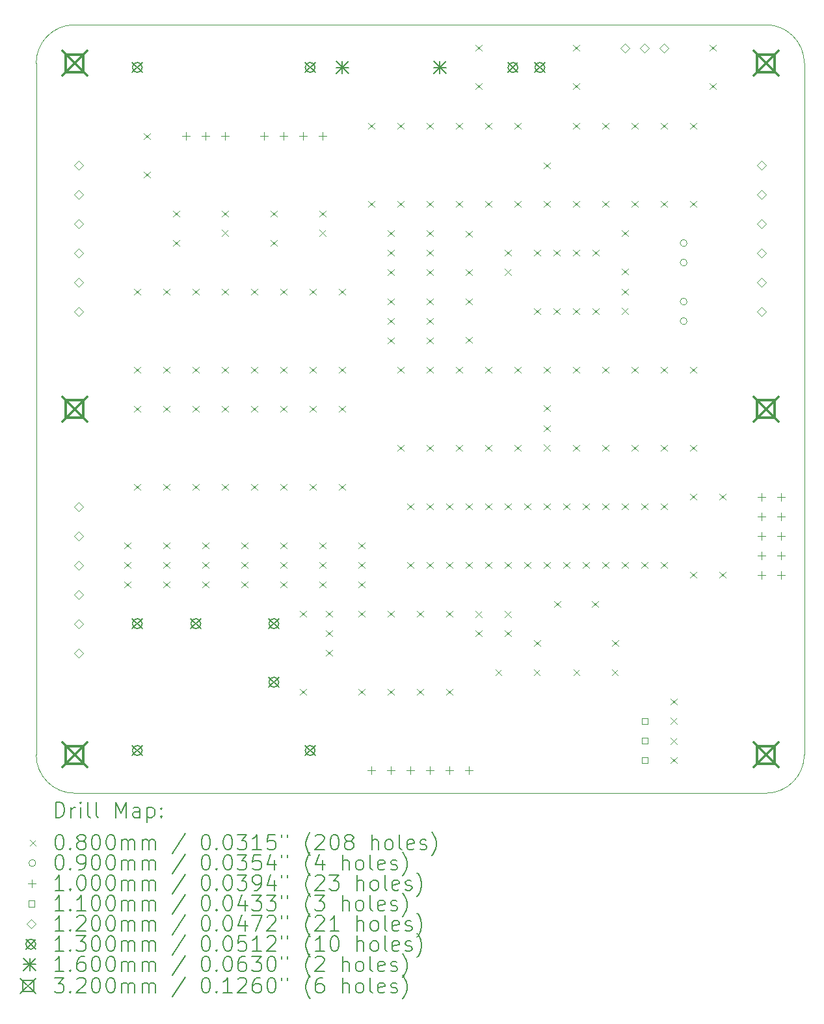
<source format=gbr>
%TF.GenerationSoftware,KiCad,Pcbnew,7.0.7*%
%TF.CreationDate,2023-11-18T21:36:43+01:00*%
%TF.ProjectId,Mod2Arinc,4d6f6432-4172-4696-9e63-2e6b69636164,rev?*%
%TF.SameCoordinates,Original*%
%TF.FileFunction,Drillmap*%
%TF.FilePolarity,Positive*%
%FSLAX45Y45*%
G04 Gerber Fmt 4.5, Leading zero omitted, Abs format (unit mm)*
G04 Created by KiCad (PCBNEW 7.0.7) date 2023-11-18 21:36:43*
%MOMM*%
%LPD*%
G01*
G04 APERTURE LIST*
%ADD10C,0.100000*%
%ADD11C,0.200000*%
%ADD12C,0.080000*%
%ADD13C,0.090000*%
%ADD14C,0.110000*%
%ADD15C,0.120000*%
%ADD16C,0.130000*%
%ADD17C,0.160000*%
%ADD18C,0.320000*%
G04 APERTURE END LIST*
D10*
X15000000Y-14500000D02*
G75*
G03*
X15500000Y-15000000I500000J0D01*
G01*
X15500000Y-5000000D02*
G75*
G03*
X15000000Y-5500000I0J-500000D01*
G01*
X15500000Y-5000000D02*
X24500000Y-5000000D01*
X24500000Y-15000000D02*
X15500000Y-15000000D01*
X15000000Y-14500000D02*
X15000000Y-5500000D01*
X24500000Y-15000000D02*
G75*
G03*
X25000000Y-14500000I0J500000D01*
G01*
X25000000Y-5500000D02*
G75*
G03*
X24500000Y-5000000I-500000J0D01*
G01*
X25000000Y-5500000D02*
X25000000Y-14500000D01*
D11*
D12*
X16150000Y-11738000D02*
X16230000Y-11818000D01*
X16230000Y-11738000D02*
X16150000Y-11818000D01*
X16150000Y-11992000D02*
X16230000Y-12072000D01*
X16230000Y-11992000D02*
X16150000Y-12072000D01*
X16150000Y-12246000D02*
X16230000Y-12326000D01*
X16230000Y-12246000D02*
X16150000Y-12326000D01*
X16277000Y-8436000D02*
X16357000Y-8516000D01*
X16357000Y-8436000D02*
X16277000Y-8516000D01*
X16277000Y-9452000D02*
X16357000Y-9532000D01*
X16357000Y-9452000D02*
X16277000Y-9532000D01*
X16277000Y-9960000D02*
X16357000Y-10040000D01*
X16357000Y-9960000D02*
X16277000Y-10040000D01*
X16277000Y-10976000D02*
X16357000Y-11056000D01*
X16357000Y-10976000D02*
X16277000Y-11056000D01*
X16404000Y-6412000D02*
X16484000Y-6492000D01*
X16484000Y-6412000D02*
X16404000Y-6492000D01*
X16404000Y-6912000D02*
X16484000Y-6992000D01*
X16484000Y-6912000D02*
X16404000Y-6992000D01*
X16658000Y-8436000D02*
X16738000Y-8516000D01*
X16738000Y-8436000D02*
X16658000Y-8516000D01*
X16658000Y-9452000D02*
X16738000Y-9532000D01*
X16738000Y-9452000D02*
X16658000Y-9532000D01*
X16658000Y-9960000D02*
X16738000Y-10040000D01*
X16738000Y-9960000D02*
X16658000Y-10040000D01*
X16658000Y-10976000D02*
X16738000Y-11056000D01*
X16738000Y-10976000D02*
X16658000Y-11056000D01*
X16658000Y-11737000D02*
X16738000Y-11817000D01*
X16738000Y-11737000D02*
X16658000Y-11817000D01*
X16658000Y-11991000D02*
X16738000Y-12071000D01*
X16738000Y-11991000D02*
X16658000Y-12071000D01*
X16658000Y-12245000D02*
X16738000Y-12325000D01*
X16738000Y-12245000D02*
X16658000Y-12325000D01*
X16785000Y-7420000D02*
X16865000Y-7500000D01*
X16865000Y-7420000D02*
X16785000Y-7500000D01*
X16785000Y-7800000D02*
X16865000Y-7880000D01*
X16865000Y-7800000D02*
X16785000Y-7880000D01*
X17039000Y-8436000D02*
X17119000Y-8516000D01*
X17119000Y-8436000D02*
X17039000Y-8516000D01*
X17039000Y-9452000D02*
X17119000Y-9532000D01*
X17119000Y-9452000D02*
X17039000Y-9532000D01*
X17039000Y-9960000D02*
X17119000Y-10040000D01*
X17119000Y-9960000D02*
X17039000Y-10040000D01*
X17039000Y-10976000D02*
X17119000Y-11056000D01*
X17119000Y-10976000D02*
X17039000Y-11056000D01*
X17166000Y-11738000D02*
X17246000Y-11818000D01*
X17246000Y-11738000D02*
X17166000Y-11818000D01*
X17166000Y-11992000D02*
X17246000Y-12072000D01*
X17246000Y-11992000D02*
X17166000Y-12072000D01*
X17166000Y-12246000D02*
X17246000Y-12326000D01*
X17246000Y-12246000D02*
X17166000Y-12326000D01*
X17420000Y-7420000D02*
X17500000Y-7500000D01*
X17500000Y-7420000D02*
X17420000Y-7500000D01*
X17420000Y-7670000D02*
X17500000Y-7750000D01*
X17500000Y-7670000D02*
X17420000Y-7750000D01*
X17420000Y-8436000D02*
X17500000Y-8516000D01*
X17500000Y-8436000D02*
X17420000Y-8516000D01*
X17420000Y-9452000D02*
X17500000Y-9532000D01*
X17500000Y-9452000D02*
X17420000Y-9532000D01*
X17420000Y-9960000D02*
X17500000Y-10040000D01*
X17500000Y-9960000D02*
X17420000Y-10040000D01*
X17420000Y-10976000D02*
X17500000Y-11056000D01*
X17500000Y-10976000D02*
X17420000Y-11056000D01*
X17674000Y-11738000D02*
X17754000Y-11818000D01*
X17754000Y-11738000D02*
X17674000Y-11818000D01*
X17674000Y-11992000D02*
X17754000Y-12072000D01*
X17754000Y-11992000D02*
X17674000Y-12072000D01*
X17674000Y-12246000D02*
X17754000Y-12326000D01*
X17754000Y-12246000D02*
X17674000Y-12326000D01*
X17801000Y-8436000D02*
X17881000Y-8516000D01*
X17881000Y-8436000D02*
X17801000Y-8516000D01*
X17801000Y-9452000D02*
X17881000Y-9532000D01*
X17881000Y-9452000D02*
X17801000Y-9532000D01*
X17801000Y-9960000D02*
X17881000Y-10040000D01*
X17881000Y-9960000D02*
X17801000Y-10040000D01*
X17801000Y-10976000D02*
X17881000Y-11056000D01*
X17881000Y-10976000D02*
X17801000Y-11056000D01*
X18055000Y-7421000D02*
X18135000Y-7501000D01*
X18135000Y-7421000D02*
X18055000Y-7501000D01*
X18055000Y-7801000D02*
X18135000Y-7881000D01*
X18135000Y-7801000D02*
X18055000Y-7881000D01*
X18182000Y-8436000D02*
X18262000Y-8516000D01*
X18262000Y-8436000D02*
X18182000Y-8516000D01*
X18182000Y-9452000D02*
X18262000Y-9532000D01*
X18262000Y-9452000D02*
X18182000Y-9532000D01*
X18182000Y-9960000D02*
X18262000Y-10040000D01*
X18262000Y-9960000D02*
X18182000Y-10040000D01*
X18182000Y-10976000D02*
X18262000Y-11056000D01*
X18262000Y-10976000D02*
X18182000Y-11056000D01*
X18182000Y-11738000D02*
X18262000Y-11818000D01*
X18262000Y-11738000D02*
X18182000Y-11818000D01*
X18182000Y-11992000D02*
X18262000Y-12072000D01*
X18262000Y-11992000D02*
X18182000Y-12072000D01*
X18182000Y-12246000D02*
X18262000Y-12326000D01*
X18262000Y-12246000D02*
X18182000Y-12326000D01*
X18436000Y-12627000D02*
X18516000Y-12707000D01*
X18516000Y-12627000D02*
X18436000Y-12707000D01*
X18436000Y-13643000D02*
X18516000Y-13723000D01*
X18516000Y-13643000D02*
X18436000Y-13723000D01*
X18563000Y-8436000D02*
X18643000Y-8516000D01*
X18643000Y-8436000D02*
X18563000Y-8516000D01*
X18563000Y-9452000D02*
X18643000Y-9532000D01*
X18643000Y-9452000D02*
X18563000Y-9532000D01*
X18563000Y-9960000D02*
X18643000Y-10040000D01*
X18643000Y-9960000D02*
X18563000Y-10040000D01*
X18563000Y-10976000D02*
X18643000Y-11056000D01*
X18643000Y-10976000D02*
X18563000Y-11056000D01*
X18690000Y-7420000D02*
X18770000Y-7500000D01*
X18770000Y-7420000D02*
X18690000Y-7500000D01*
X18690000Y-7670000D02*
X18770000Y-7750000D01*
X18770000Y-7670000D02*
X18690000Y-7750000D01*
X18690000Y-11738000D02*
X18770000Y-11818000D01*
X18770000Y-11738000D02*
X18690000Y-11818000D01*
X18690000Y-11992000D02*
X18770000Y-12072000D01*
X18770000Y-11992000D02*
X18690000Y-12072000D01*
X18690000Y-12246000D02*
X18770000Y-12326000D01*
X18770000Y-12246000D02*
X18690000Y-12326000D01*
X18772000Y-12626000D02*
X18852000Y-12706000D01*
X18852000Y-12626000D02*
X18772000Y-12706000D01*
X18772000Y-12880000D02*
X18852000Y-12960000D01*
X18852000Y-12880000D02*
X18772000Y-12960000D01*
X18772000Y-13134000D02*
X18852000Y-13214000D01*
X18852000Y-13134000D02*
X18772000Y-13214000D01*
X18944000Y-8436000D02*
X19024000Y-8516000D01*
X19024000Y-8436000D02*
X18944000Y-8516000D01*
X18944000Y-9452000D02*
X19024000Y-9532000D01*
X19024000Y-9452000D02*
X18944000Y-9532000D01*
X18944000Y-9960000D02*
X19024000Y-10040000D01*
X19024000Y-9960000D02*
X18944000Y-10040000D01*
X18944000Y-10976000D02*
X19024000Y-11056000D01*
X19024000Y-10976000D02*
X18944000Y-11056000D01*
X19198000Y-11738000D02*
X19278000Y-11818000D01*
X19278000Y-11738000D02*
X19198000Y-11818000D01*
X19198000Y-11992000D02*
X19278000Y-12072000D01*
X19278000Y-11992000D02*
X19198000Y-12072000D01*
X19198000Y-12246000D02*
X19278000Y-12326000D01*
X19278000Y-12246000D02*
X19198000Y-12326000D01*
X19198000Y-12627000D02*
X19278000Y-12707000D01*
X19278000Y-12627000D02*
X19198000Y-12707000D01*
X19198000Y-13643000D02*
X19278000Y-13723000D01*
X19278000Y-13643000D02*
X19198000Y-13723000D01*
X19325000Y-6277000D02*
X19405000Y-6357000D01*
X19405000Y-6277000D02*
X19325000Y-6357000D01*
X19325000Y-7293000D02*
X19405000Y-7373000D01*
X19405000Y-7293000D02*
X19325000Y-7373000D01*
X19579000Y-7674000D02*
X19659000Y-7754000D01*
X19659000Y-7674000D02*
X19579000Y-7754000D01*
X19579000Y-7928000D02*
X19659000Y-8008000D01*
X19659000Y-7928000D02*
X19579000Y-8008000D01*
X19579000Y-8182000D02*
X19659000Y-8262000D01*
X19659000Y-8182000D02*
X19579000Y-8262000D01*
X19579000Y-8563000D02*
X19659000Y-8643000D01*
X19659000Y-8563000D02*
X19579000Y-8643000D01*
X19579000Y-8817000D02*
X19659000Y-8897000D01*
X19659000Y-8817000D02*
X19579000Y-8897000D01*
X19579000Y-9071000D02*
X19659000Y-9151000D01*
X19659000Y-9071000D02*
X19579000Y-9151000D01*
X19579000Y-12627000D02*
X19659000Y-12707000D01*
X19659000Y-12627000D02*
X19579000Y-12707000D01*
X19579000Y-13643000D02*
X19659000Y-13723000D01*
X19659000Y-13643000D02*
X19579000Y-13723000D01*
X19706000Y-6277000D02*
X19786000Y-6357000D01*
X19786000Y-6277000D02*
X19706000Y-6357000D01*
X19706000Y-7293000D02*
X19786000Y-7373000D01*
X19786000Y-7293000D02*
X19706000Y-7373000D01*
X19706000Y-9452000D02*
X19786000Y-9532000D01*
X19786000Y-9452000D02*
X19706000Y-9532000D01*
X19706000Y-10468000D02*
X19786000Y-10548000D01*
X19786000Y-10468000D02*
X19706000Y-10548000D01*
X19833000Y-11230000D02*
X19913000Y-11310000D01*
X19913000Y-11230000D02*
X19833000Y-11310000D01*
X19833000Y-11992000D02*
X19913000Y-12072000D01*
X19913000Y-11992000D02*
X19833000Y-12072000D01*
X19960000Y-12627000D02*
X20040000Y-12707000D01*
X20040000Y-12627000D02*
X19960000Y-12707000D01*
X19960000Y-13643000D02*
X20040000Y-13723000D01*
X20040000Y-13643000D02*
X19960000Y-13723000D01*
X20087000Y-6277000D02*
X20167000Y-6357000D01*
X20167000Y-6277000D02*
X20087000Y-6357000D01*
X20087000Y-7293000D02*
X20167000Y-7373000D01*
X20167000Y-7293000D02*
X20087000Y-7373000D01*
X20087000Y-7674000D02*
X20167000Y-7754000D01*
X20167000Y-7674000D02*
X20087000Y-7754000D01*
X20087000Y-7928000D02*
X20167000Y-8008000D01*
X20167000Y-7928000D02*
X20087000Y-8008000D01*
X20087000Y-8182000D02*
X20167000Y-8262000D01*
X20167000Y-8182000D02*
X20087000Y-8262000D01*
X20087000Y-8563000D02*
X20167000Y-8643000D01*
X20167000Y-8563000D02*
X20087000Y-8643000D01*
X20087000Y-8817000D02*
X20167000Y-8897000D01*
X20167000Y-8817000D02*
X20087000Y-8897000D01*
X20087000Y-9071000D02*
X20167000Y-9151000D01*
X20167000Y-9071000D02*
X20087000Y-9151000D01*
X20087000Y-9452000D02*
X20167000Y-9532000D01*
X20167000Y-9452000D02*
X20087000Y-9532000D01*
X20087000Y-10468000D02*
X20167000Y-10548000D01*
X20167000Y-10468000D02*
X20087000Y-10548000D01*
X20087000Y-11230000D02*
X20167000Y-11310000D01*
X20167000Y-11230000D02*
X20087000Y-11310000D01*
X20087000Y-11992000D02*
X20167000Y-12072000D01*
X20167000Y-11992000D02*
X20087000Y-12072000D01*
X20341000Y-11230000D02*
X20421000Y-11310000D01*
X20421000Y-11230000D02*
X20341000Y-11310000D01*
X20341000Y-11992000D02*
X20421000Y-12072000D01*
X20421000Y-11992000D02*
X20341000Y-12072000D01*
X20341000Y-12627000D02*
X20421000Y-12707000D01*
X20421000Y-12627000D02*
X20341000Y-12707000D01*
X20341000Y-13643000D02*
X20421000Y-13723000D01*
X20421000Y-13643000D02*
X20341000Y-13723000D01*
X20468000Y-6277000D02*
X20548000Y-6357000D01*
X20548000Y-6277000D02*
X20468000Y-6357000D01*
X20468000Y-7293000D02*
X20548000Y-7373000D01*
X20548000Y-7293000D02*
X20468000Y-7373000D01*
X20468000Y-9452000D02*
X20548000Y-9532000D01*
X20548000Y-9452000D02*
X20468000Y-9532000D01*
X20468000Y-10468000D02*
X20548000Y-10548000D01*
X20548000Y-10468000D02*
X20468000Y-10548000D01*
X20595000Y-7682000D02*
X20675000Y-7762000D01*
X20675000Y-7682000D02*
X20595000Y-7762000D01*
X20595000Y-8182000D02*
X20675000Y-8262000D01*
X20675000Y-8182000D02*
X20595000Y-8262000D01*
X20595000Y-8563000D02*
X20675000Y-8643000D01*
X20675000Y-8563000D02*
X20595000Y-8643000D01*
X20595000Y-9063000D02*
X20675000Y-9143000D01*
X20675000Y-9063000D02*
X20595000Y-9143000D01*
X20595000Y-11230000D02*
X20675000Y-11310000D01*
X20675000Y-11230000D02*
X20595000Y-11310000D01*
X20595000Y-11992000D02*
X20675000Y-12072000D01*
X20675000Y-11992000D02*
X20595000Y-12072000D01*
X20722000Y-5261000D02*
X20802000Y-5341000D01*
X20802000Y-5261000D02*
X20722000Y-5341000D01*
X20722000Y-5761000D02*
X20802000Y-5841000D01*
X20802000Y-5761000D02*
X20722000Y-5841000D01*
X20722000Y-12631000D02*
X20802000Y-12711000D01*
X20802000Y-12631000D02*
X20722000Y-12711000D01*
X20722000Y-12881000D02*
X20802000Y-12961000D01*
X20802000Y-12881000D02*
X20722000Y-12961000D01*
X20849000Y-6277000D02*
X20929000Y-6357000D01*
X20929000Y-6277000D02*
X20849000Y-6357000D01*
X20849000Y-7293000D02*
X20929000Y-7373000D01*
X20929000Y-7293000D02*
X20849000Y-7373000D01*
X20849000Y-9452000D02*
X20929000Y-9532000D01*
X20929000Y-9452000D02*
X20849000Y-9532000D01*
X20849000Y-10468000D02*
X20929000Y-10548000D01*
X20929000Y-10468000D02*
X20849000Y-10548000D01*
X20849000Y-11230000D02*
X20929000Y-11310000D01*
X20929000Y-11230000D02*
X20849000Y-11310000D01*
X20849000Y-11992000D02*
X20929000Y-12072000D01*
X20929000Y-11992000D02*
X20849000Y-12072000D01*
X20980000Y-13389000D02*
X21060000Y-13469000D01*
X21060000Y-13389000D02*
X20980000Y-13469000D01*
X21103000Y-7928000D02*
X21183000Y-8008000D01*
X21183000Y-7928000D02*
X21103000Y-8008000D01*
X21103000Y-8178000D02*
X21183000Y-8258000D01*
X21183000Y-8178000D02*
X21103000Y-8258000D01*
X21103000Y-11230000D02*
X21183000Y-11310000D01*
X21183000Y-11230000D02*
X21103000Y-11310000D01*
X21103000Y-11992000D02*
X21183000Y-12072000D01*
X21183000Y-11992000D02*
X21103000Y-12072000D01*
X21103000Y-12631000D02*
X21183000Y-12711000D01*
X21183000Y-12631000D02*
X21103000Y-12711000D01*
X21103000Y-12881000D02*
X21183000Y-12961000D01*
X21183000Y-12881000D02*
X21103000Y-12961000D01*
X21230000Y-6277000D02*
X21310000Y-6357000D01*
X21310000Y-6277000D02*
X21230000Y-6357000D01*
X21230000Y-7293000D02*
X21310000Y-7373000D01*
X21310000Y-7293000D02*
X21230000Y-7373000D01*
X21230000Y-9452000D02*
X21310000Y-9532000D01*
X21310000Y-9452000D02*
X21230000Y-9532000D01*
X21230000Y-10468000D02*
X21310000Y-10548000D01*
X21310000Y-10468000D02*
X21230000Y-10548000D01*
X21357000Y-11230000D02*
X21437000Y-11310000D01*
X21437000Y-11230000D02*
X21357000Y-11310000D01*
X21357000Y-11992000D02*
X21437000Y-12072000D01*
X21437000Y-11992000D02*
X21357000Y-12072000D01*
X21480000Y-13389000D02*
X21560000Y-13469000D01*
X21560000Y-13389000D02*
X21480000Y-13469000D01*
X21484000Y-7928000D02*
X21564000Y-8008000D01*
X21564000Y-7928000D02*
X21484000Y-8008000D01*
X21484000Y-8690000D02*
X21564000Y-8770000D01*
X21564000Y-8690000D02*
X21484000Y-8770000D01*
X21484000Y-13008000D02*
X21564000Y-13088000D01*
X21564000Y-13008000D02*
X21484000Y-13088000D01*
X21611000Y-6793000D02*
X21691000Y-6873000D01*
X21691000Y-6793000D02*
X21611000Y-6873000D01*
X21611000Y-7293000D02*
X21691000Y-7373000D01*
X21691000Y-7293000D02*
X21611000Y-7373000D01*
X21611000Y-9452000D02*
X21691000Y-9532000D01*
X21691000Y-9452000D02*
X21611000Y-9532000D01*
X21611000Y-9952000D02*
X21691000Y-10032000D01*
X21691000Y-9952000D02*
X21611000Y-10032000D01*
X21611000Y-10214000D02*
X21691000Y-10294000D01*
X21691000Y-10214000D02*
X21611000Y-10294000D01*
X21611000Y-10464000D02*
X21691000Y-10544000D01*
X21691000Y-10464000D02*
X21611000Y-10544000D01*
X21611000Y-11230000D02*
X21691000Y-11310000D01*
X21691000Y-11230000D02*
X21611000Y-11310000D01*
X21611000Y-11992000D02*
X21691000Y-12072000D01*
X21691000Y-11992000D02*
X21611000Y-12072000D01*
X21738000Y-7928000D02*
X21818000Y-8008000D01*
X21818000Y-7928000D02*
X21738000Y-8008000D01*
X21738000Y-8690000D02*
X21818000Y-8770000D01*
X21818000Y-8690000D02*
X21738000Y-8770000D01*
X21747000Y-12500000D02*
X21827000Y-12580000D01*
X21827000Y-12500000D02*
X21747000Y-12580000D01*
X21865000Y-11230000D02*
X21945000Y-11310000D01*
X21945000Y-11230000D02*
X21865000Y-11310000D01*
X21865000Y-11992000D02*
X21945000Y-12072000D01*
X21945000Y-11992000D02*
X21865000Y-12072000D01*
X21992000Y-5261000D02*
X22072000Y-5341000D01*
X22072000Y-5261000D02*
X21992000Y-5341000D01*
X21992000Y-5761000D02*
X22072000Y-5841000D01*
X22072000Y-5761000D02*
X21992000Y-5841000D01*
X21992000Y-6277000D02*
X22072000Y-6357000D01*
X22072000Y-6277000D02*
X21992000Y-6357000D01*
X21992000Y-7293000D02*
X22072000Y-7373000D01*
X22072000Y-7293000D02*
X21992000Y-7373000D01*
X21992000Y-7928000D02*
X22072000Y-8008000D01*
X22072000Y-7928000D02*
X21992000Y-8008000D01*
X21992000Y-8690000D02*
X22072000Y-8770000D01*
X22072000Y-8690000D02*
X21992000Y-8770000D01*
X21992000Y-9452000D02*
X22072000Y-9532000D01*
X22072000Y-9452000D02*
X21992000Y-9532000D01*
X21992000Y-10468000D02*
X22072000Y-10548000D01*
X22072000Y-10468000D02*
X21992000Y-10548000D01*
X21996000Y-13389000D02*
X22076000Y-13469000D01*
X22076000Y-13389000D02*
X21996000Y-13469000D01*
X22119000Y-11230000D02*
X22199000Y-11310000D01*
X22199000Y-11230000D02*
X22119000Y-11310000D01*
X22119000Y-11992000D02*
X22199000Y-12072000D01*
X22199000Y-11992000D02*
X22119000Y-12072000D01*
X22237000Y-12500000D02*
X22317000Y-12580000D01*
X22317000Y-12500000D02*
X22237000Y-12580000D01*
X22246000Y-7928000D02*
X22326000Y-8008000D01*
X22326000Y-7928000D02*
X22246000Y-8008000D01*
X22246000Y-8690000D02*
X22326000Y-8770000D01*
X22326000Y-8690000D02*
X22246000Y-8770000D01*
X22373000Y-6277000D02*
X22453000Y-6357000D01*
X22453000Y-6277000D02*
X22373000Y-6357000D01*
X22373000Y-7293000D02*
X22453000Y-7373000D01*
X22453000Y-7293000D02*
X22373000Y-7373000D01*
X22373000Y-9452000D02*
X22453000Y-9532000D01*
X22453000Y-9452000D02*
X22373000Y-9532000D01*
X22373000Y-10468000D02*
X22453000Y-10548000D01*
X22453000Y-10468000D02*
X22373000Y-10548000D01*
X22373000Y-11230000D02*
X22453000Y-11310000D01*
X22453000Y-11230000D02*
X22373000Y-11310000D01*
X22373000Y-11992000D02*
X22453000Y-12072000D01*
X22453000Y-11992000D02*
X22373000Y-12072000D01*
X22496000Y-13389000D02*
X22576000Y-13469000D01*
X22576000Y-13389000D02*
X22496000Y-13469000D01*
X22500000Y-13008000D02*
X22580000Y-13088000D01*
X22580000Y-13008000D02*
X22500000Y-13088000D01*
X22627000Y-7674000D02*
X22707000Y-7754000D01*
X22707000Y-7674000D02*
X22627000Y-7754000D01*
X22627000Y-8174000D02*
X22707000Y-8254000D01*
X22707000Y-8174000D02*
X22627000Y-8254000D01*
X22627000Y-8436000D02*
X22707000Y-8516000D01*
X22707000Y-8436000D02*
X22627000Y-8516000D01*
X22627000Y-8686000D02*
X22707000Y-8766000D01*
X22707000Y-8686000D02*
X22627000Y-8766000D01*
X22627000Y-11230000D02*
X22707000Y-11310000D01*
X22707000Y-11230000D02*
X22627000Y-11310000D01*
X22627000Y-11992000D02*
X22707000Y-12072000D01*
X22707000Y-11992000D02*
X22627000Y-12072000D01*
X22754000Y-6277000D02*
X22834000Y-6357000D01*
X22834000Y-6277000D02*
X22754000Y-6357000D01*
X22754000Y-7293000D02*
X22834000Y-7373000D01*
X22834000Y-7293000D02*
X22754000Y-7373000D01*
X22754000Y-9452000D02*
X22834000Y-9532000D01*
X22834000Y-9452000D02*
X22754000Y-9532000D01*
X22754000Y-10468000D02*
X22834000Y-10548000D01*
X22834000Y-10468000D02*
X22754000Y-10548000D01*
X22881000Y-11230000D02*
X22961000Y-11310000D01*
X22961000Y-11230000D02*
X22881000Y-11310000D01*
X22881000Y-11992000D02*
X22961000Y-12072000D01*
X22961000Y-11992000D02*
X22881000Y-12072000D01*
X23135000Y-6277000D02*
X23215000Y-6357000D01*
X23215000Y-6277000D02*
X23135000Y-6357000D01*
X23135000Y-7293000D02*
X23215000Y-7373000D01*
X23215000Y-7293000D02*
X23135000Y-7373000D01*
X23135000Y-9452000D02*
X23215000Y-9532000D01*
X23215000Y-9452000D02*
X23135000Y-9532000D01*
X23135000Y-10468000D02*
X23215000Y-10548000D01*
X23215000Y-10468000D02*
X23135000Y-10548000D01*
X23135000Y-11230000D02*
X23215000Y-11310000D01*
X23215000Y-11230000D02*
X23135000Y-11310000D01*
X23135000Y-11992000D02*
X23215000Y-12072000D01*
X23215000Y-11992000D02*
X23135000Y-12072000D01*
X23262000Y-13770000D02*
X23342000Y-13850000D01*
X23342000Y-13770000D02*
X23262000Y-13850000D01*
X23262000Y-14020000D02*
X23342000Y-14100000D01*
X23342000Y-14020000D02*
X23262000Y-14100000D01*
X23262000Y-14282000D02*
X23342000Y-14362000D01*
X23342000Y-14282000D02*
X23262000Y-14362000D01*
X23262000Y-14532000D02*
X23342000Y-14612000D01*
X23342000Y-14532000D02*
X23262000Y-14612000D01*
X23516000Y-6277000D02*
X23596000Y-6357000D01*
X23596000Y-6277000D02*
X23516000Y-6357000D01*
X23516000Y-7293000D02*
X23596000Y-7373000D01*
X23596000Y-7293000D02*
X23516000Y-7373000D01*
X23516000Y-9452000D02*
X23596000Y-9532000D01*
X23596000Y-9452000D02*
X23516000Y-9532000D01*
X23516000Y-10468000D02*
X23596000Y-10548000D01*
X23596000Y-10468000D02*
X23516000Y-10548000D01*
X23516000Y-11103000D02*
X23596000Y-11183000D01*
X23596000Y-11103000D02*
X23516000Y-11183000D01*
X23516000Y-12119000D02*
X23596000Y-12199000D01*
X23596000Y-12119000D02*
X23516000Y-12199000D01*
X23770000Y-5261000D02*
X23850000Y-5341000D01*
X23850000Y-5261000D02*
X23770000Y-5341000D01*
X23770000Y-5761000D02*
X23850000Y-5841000D01*
X23850000Y-5761000D02*
X23770000Y-5841000D01*
X23897000Y-11103000D02*
X23977000Y-11183000D01*
X23977000Y-11103000D02*
X23897000Y-11183000D01*
X23897000Y-12119000D02*
X23977000Y-12199000D01*
X23977000Y-12119000D02*
X23897000Y-12199000D01*
D13*
X23474000Y-7841000D02*
G75*
G03*
X23474000Y-7841000I-45000J0D01*
G01*
X23474000Y-8095000D02*
G75*
G03*
X23474000Y-8095000I-45000J0D01*
G01*
X23474000Y-8603000D02*
G75*
G03*
X23474000Y-8603000I-45000J0D01*
G01*
X23474000Y-8857000D02*
G75*
G03*
X23474000Y-8857000I-45000J0D01*
G01*
D10*
X16952000Y-6394000D02*
X16952000Y-6494000D01*
X16902000Y-6444000D02*
X17002000Y-6444000D01*
X17206000Y-6394000D02*
X17206000Y-6494000D01*
X17156000Y-6444000D02*
X17256000Y-6444000D01*
X17460000Y-6394000D02*
X17460000Y-6494000D01*
X17410000Y-6444000D02*
X17510000Y-6444000D01*
X17968000Y-6394000D02*
X17968000Y-6494000D01*
X17918000Y-6444000D02*
X18018000Y-6444000D01*
X18222000Y-6394000D02*
X18222000Y-6494000D01*
X18172000Y-6444000D02*
X18272000Y-6444000D01*
X18476000Y-6394000D02*
X18476000Y-6494000D01*
X18426000Y-6444000D02*
X18526000Y-6444000D01*
X18730000Y-6394000D02*
X18730000Y-6494000D01*
X18680000Y-6444000D02*
X18780000Y-6444000D01*
X19365000Y-14649000D02*
X19365000Y-14749000D01*
X19315000Y-14699000D02*
X19415000Y-14699000D01*
X19619000Y-14649000D02*
X19619000Y-14749000D01*
X19569000Y-14699000D02*
X19669000Y-14699000D01*
X19873000Y-14649000D02*
X19873000Y-14749000D01*
X19823000Y-14699000D02*
X19923000Y-14699000D01*
X20127000Y-14649000D02*
X20127000Y-14749000D01*
X20077000Y-14699000D02*
X20177000Y-14699000D01*
X20381000Y-14649000D02*
X20381000Y-14749000D01*
X20331000Y-14699000D02*
X20431000Y-14699000D01*
X20635000Y-14649000D02*
X20635000Y-14749000D01*
X20585000Y-14699000D02*
X20685000Y-14699000D01*
X24445000Y-11093000D02*
X24445000Y-11193000D01*
X24395000Y-11143000D02*
X24495000Y-11143000D01*
X24445000Y-11347000D02*
X24445000Y-11447000D01*
X24395000Y-11397000D02*
X24495000Y-11397000D01*
X24445000Y-11601000D02*
X24445000Y-11701000D01*
X24395000Y-11651000D02*
X24495000Y-11651000D01*
X24445000Y-11855000D02*
X24445000Y-11955000D01*
X24395000Y-11905000D02*
X24495000Y-11905000D01*
X24445000Y-12109000D02*
X24445000Y-12209000D01*
X24395000Y-12159000D02*
X24495000Y-12159000D01*
X24699000Y-11093000D02*
X24699000Y-11193000D01*
X24649000Y-11143000D02*
X24749000Y-11143000D01*
X24699000Y-11347000D02*
X24699000Y-11447000D01*
X24649000Y-11397000D02*
X24749000Y-11397000D01*
X24699000Y-11601000D02*
X24699000Y-11701000D01*
X24649000Y-11651000D02*
X24749000Y-11651000D01*
X24699000Y-11855000D02*
X24699000Y-11955000D01*
X24649000Y-11905000D02*
X24749000Y-11905000D01*
X24699000Y-12109000D02*
X24699000Y-12209000D01*
X24649000Y-12159000D02*
X24749000Y-12159000D01*
D14*
X22959891Y-14102891D02*
X22959891Y-14025109D01*
X22882109Y-14025109D01*
X22882109Y-14102891D01*
X22959891Y-14102891D01*
X22959891Y-14356891D02*
X22959891Y-14279109D01*
X22882109Y-14279109D01*
X22882109Y-14356891D01*
X22959891Y-14356891D01*
X22959891Y-14610891D02*
X22959891Y-14533109D01*
X22882109Y-14533109D01*
X22882109Y-14610891D01*
X22959891Y-14610891D01*
D15*
X15555000Y-6885000D02*
X15615000Y-6825000D01*
X15555000Y-6765000D01*
X15495000Y-6825000D01*
X15555000Y-6885000D01*
X15555000Y-7266000D02*
X15615000Y-7206000D01*
X15555000Y-7146000D01*
X15495000Y-7206000D01*
X15555000Y-7266000D01*
X15555000Y-7647000D02*
X15615000Y-7587000D01*
X15555000Y-7527000D01*
X15495000Y-7587000D01*
X15555000Y-7647000D01*
X15555000Y-8028000D02*
X15615000Y-7968000D01*
X15555000Y-7908000D01*
X15495000Y-7968000D01*
X15555000Y-8028000D01*
X15555000Y-8409000D02*
X15615000Y-8349000D01*
X15555000Y-8289000D01*
X15495000Y-8349000D01*
X15555000Y-8409000D01*
X15555000Y-8790000D02*
X15615000Y-8730000D01*
X15555000Y-8670000D01*
X15495000Y-8730000D01*
X15555000Y-8790000D01*
X15555000Y-11330000D02*
X15615000Y-11270000D01*
X15555000Y-11210000D01*
X15495000Y-11270000D01*
X15555000Y-11330000D01*
X15555000Y-11711000D02*
X15615000Y-11651000D01*
X15555000Y-11591000D01*
X15495000Y-11651000D01*
X15555000Y-11711000D01*
X15555000Y-12092000D02*
X15615000Y-12032000D01*
X15555000Y-11972000D01*
X15495000Y-12032000D01*
X15555000Y-12092000D01*
X15555000Y-12473000D02*
X15615000Y-12413000D01*
X15555000Y-12353000D01*
X15495000Y-12413000D01*
X15555000Y-12473000D01*
X15555000Y-12854000D02*
X15615000Y-12794000D01*
X15555000Y-12734000D01*
X15495000Y-12794000D01*
X15555000Y-12854000D01*
X15555000Y-13235000D02*
X15615000Y-13175000D01*
X15555000Y-13115000D01*
X15495000Y-13175000D01*
X15555000Y-13235000D01*
X22667000Y-5361000D02*
X22727000Y-5301000D01*
X22667000Y-5241000D01*
X22607000Y-5301000D01*
X22667000Y-5361000D01*
X22921000Y-5361000D02*
X22981000Y-5301000D01*
X22921000Y-5241000D01*
X22861000Y-5301000D01*
X22921000Y-5361000D01*
X23175000Y-5361000D02*
X23235000Y-5301000D01*
X23175000Y-5241000D01*
X23115000Y-5301000D01*
X23175000Y-5361000D01*
X24445000Y-6885000D02*
X24505000Y-6825000D01*
X24445000Y-6765000D01*
X24385000Y-6825000D01*
X24445000Y-6885000D01*
X24445000Y-7266000D02*
X24505000Y-7206000D01*
X24445000Y-7146000D01*
X24385000Y-7206000D01*
X24445000Y-7266000D01*
X24445000Y-7647000D02*
X24505000Y-7587000D01*
X24445000Y-7527000D01*
X24385000Y-7587000D01*
X24445000Y-7647000D01*
X24445000Y-8028000D02*
X24505000Y-7968000D01*
X24445000Y-7908000D01*
X24385000Y-7968000D01*
X24445000Y-8028000D01*
X24445000Y-8409000D02*
X24505000Y-8349000D01*
X24445000Y-8289000D01*
X24385000Y-8349000D01*
X24445000Y-8409000D01*
X24445000Y-8790000D02*
X24505000Y-8730000D01*
X24445000Y-8670000D01*
X24385000Y-8730000D01*
X24445000Y-8790000D01*
D16*
X16252000Y-5490000D02*
X16382000Y-5620000D01*
X16382000Y-5490000D02*
X16252000Y-5620000D01*
X16382000Y-5555000D02*
G75*
G03*
X16382000Y-5555000I-65000J0D01*
G01*
X16252000Y-12729000D02*
X16382000Y-12859000D01*
X16382000Y-12729000D02*
X16252000Y-12859000D01*
X16382000Y-12794000D02*
G75*
G03*
X16382000Y-12794000I-65000J0D01*
G01*
X16252000Y-14380000D02*
X16382000Y-14510000D01*
X16382000Y-14380000D02*
X16252000Y-14510000D01*
X16382000Y-14445000D02*
G75*
G03*
X16382000Y-14445000I-65000J0D01*
G01*
X17014000Y-12729000D02*
X17144000Y-12859000D01*
X17144000Y-12729000D02*
X17014000Y-12859000D01*
X17144000Y-12794000D02*
G75*
G03*
X17144000Y-12794000I-65000J0D01*
G01*
X18030000Y-12729000D02*
X18160000Y-12859000D01*
X18160000Y-12729000D02*
X18030000Y-12859000D01*
X18160000Y-12794000D02*
G75*
G03*
X18160000Y-12794000I-65000J0D01*
G01*
X18030000Y-13491000D02*
X18160000Y-13621000D01*
X18160000Y-13491000D02*
X18030000Y-13621000D01*
X18160000Y-13556000D02*
G75*
G03*
X18160000Y-13556000I-65000J0D01*
G01*
X18502000Y-5490000D02*
X18632000Y-5620000D01*
X18632000Y-5490000D02*
X18502000Y-5620000D01*
X18632000Y-5555000D02*
G75*
G03*
X18632000Y-5555000I-65000J0D01*
G01*
X18502000Y-14380000D02*
X18632000Y-14510000D01*
X18632000Y-14380000D02*
X18502000Y-14510000D01*
X18632000Y-14445000D02*
G75*
G03*
X18632000Y-14445000I-65000J0D01*
G01*
X21142584Y-5490771D02*
X21272584Y-5620771D01*
X21272584Y-5490771D02*
X21142584Y-5620771D01*
X21272584Y-5555771D02*
G75*
G03*
X21272584Y-5555771I-65000J0D01*
G01*
X21492584Y-5490771D02*
X21622584Y-5620771D01*
X21622584Y-5490771D02*
X21492584Y-5620771D01*
X21622584Y-5555771D02*
G75*
G03*
X21622584Y-5555771I-65000J0D01*
G01*
D17*
X18904000Y-5475000D02*
X19064000Y-5635000D01*
X19064000Y-5475000D02*
X18904000Y-5635000D01*
X18984000Y-5475000D02*
X18984000Y-5635000D01*
X18904000Y-5555000D02*
X19064000Y-5555000D01*
X20174000Y-5475000D02*
X20334000Y-5635000D01*
X20334000Y-5475000D02*
X20174000Y-5635000D01*
X20254000Y-5475000D02*
X20254000Y-5635000D01*
X20174000Y-5555000D02*
X20334000Y-5555000D01*
D18*
X15340000Y-5340000D02*
X15660000Y-5660000D01*
X15660000Y-5340000D02*
X15340000Y-5660000D01*
X15613138Y-5613138D02*
X15613138Y-5386862D01*
X15386862Y-5386862D01*
X15386862Y-5613138D01*
X15613138Y-5613138D01*
X15340000Y-9840000D02*
X15660000Y-10160000D01*
X15660000Y-9840000D02*
X15340000Y-10160000D01*
X15613138Y-10113138D02*
X15613138Y-9886862D01*
X15386862Y-9886862D01*
X15386862Y-10113138D01*
X15613138Y-10113138D01*
X15340000Y-14340000D02*
X15660000Y-14660000D01*
X15660000Y-14340000D02*
X15340000Y-14660000D01*
X15613138Y-14613138D02*
X15613138Y-14386862D01*
X15386862Y-14386862D01*
X15386862Y-14613138D01*
X15613138Y-14613138D01*
X24340000Y-5340000D02*
X24660000Y-5660000D01*
X24660000Y-5340000D02*
X24340000Y-5660000D01*
X24613138Y-5613138D02*
X24613138Y-5386862D01*
X24386862Y-5386862D01*
X24386862Y-5613138D01*
X24613138Y-5613138D01*
X24340000Y-9840000D02*
X24660000Y-10160000D01*
X24660000Y-9840000D02*
X24340000Y-10160000D01*
X24613138Y-10113138D02*
X24613138Y-9886862D01*
X24386862Y-9886862D01*
X24386862Y-10113138D01*
X24613138Y-10113138D01*
X24340000Y-14340000D02*
X24660000Y-14660000D01*
X24660000Y-14340000D02*
X24340000Y-14660000D01*
X24613138Y-14613138D02*
X24613138Y-14386862D01*
X24386862Y-14386862D01*
X24386862Y-14613138D01*
X24613138Y-14613138D01*
D11*
X15255777Y-15316484D02*
X15255777Y-15116484D01*
X15255777Y-15116484D02*
X15303396Y-15116484D01*
X15303396Y-15116484D02*
X15331967Y-15126008D01*
X15331967Y-15126008D02*
X15351015Y-15145055D01*
X15351015Y-15145055D02*
X15360539Y-15164103D01*
X15360539Y-15164103D02*
X15370062Y-15202198D01*
X15370062Y-15202198D02*
X15370062Y-15230769D01*
X15370062Y-15230769D02*
X15360539Y-15268865D01*
X15360539Y-15268865D02*
X15351015Y-15287912D01*
X15351015Y-15287912D02*
X15331967Y-15306960D01*
X15331967Y-15306960D02*
X15303396Y-15316484D01*
X15303396Y-15316484D02*
X15255777Y-15316484D01*
X15455777Y-15316484D02*
X15455777Y-15183150D01*
X15455777Y-15221246D02*
X15465301Y-15202198D01*
X15465301Y-15202198D02*
X15474824Y-15192674D01*
X15474824Y-15192674D02*
X15493872Y-15183150D01*
X15493872Y-15183150D02*
X15512920Y-15183150D01*
X15579586Y-15316484D02*
X15579586Y-15183150D01*
X15579586Y-15116484D02*
X15570062Y-15126008D01*
X15570062Y-15126008D02*
X15579586Y-15135531D01*
X15579586Y-15135531D02*
X15589110Y-15126008D01*
X15589110Y-15126008D02*
X15579586Y-15116484D01*
X15579586Y-15116484D02*
X15579586Y-15135531D01*
X15703396Y-15316484D02*
X15684348Y-15306960D01*
X15684348Y-15306960D02*
X15674824Y-15287912D01*
X15674824Y-15287912D02*
X15674824Y-15116484D01*
X15808158Y-15316484D02*
X15789110Y-15306960D01*
X15789110Y-15306960D02*
X15779586Y-15287912D01*
X15779586Y-15287912D02*
X15779586Y-15116484D01*
X16036729Y-15316484D02*
X16036729Y-15116484D01*
X16036729Y-15116484D02*
X16103396Y-15259341D01*
X16103396Y-15259341D02*
X16170062Y-15116484D01*
X16170062Y-15116484D02*
X16170062Y-15316484D01*
X16351015Y-15316484D02*
X16351015Y-15211722D01*
X16351015Y-15211722D02*
X16341491Y-15192674D01*
X16341491Y-15192674D02*
X16322443Y-15183150D01*
X16322443Y-15183150D02*
X16284348Y-15183150D01*
X16284348Y-15183150D02*
X16265301Y-15192674D01*
X16351015Y-15306960D02*
X16331967Y-15316484D01*
X16331967Y-15316484D02*
X16284348Y-15316484D01*
X16284348Y-15316484D02*
X16265301Y-15306960D01*
X16265301Y-15306960D02*
X16255777Y-15287912D01*
X16255777Y-15287912D02*
X16255777Y-15268865D01*
X16255777Y-15268865D02*
X16265301Y-15249817D01*
X16265301Y-15249817D02*
X16284348Y-15240293D01*
X16284348Y-15240293D02*
X16331967Y-15240293D01*
X16331967Y-15240293D02*
X16351015Y-15230769D01*
X16446253Y-15183150D02*
X16446253Y-15383150D01*
X16446253Y-15192674D02*
X16465301Y-15183150D01*
X16465301Y-15183150D02*
X16503396Y-15183150D01*
X16503396Y-15183150D02*
X16522443Y-15192674D01*
X16522443Y-15192674D02*
X16531967Y-15202198D01*
X16531967Y-15202198D02*
X16541491Y-15221246D01*
X16541491Y-15221246D02*
X16541491Y-15278388D01*
X16541491Y-15278388D02*
X16531967Y-15297436D01*
X16531967Y-15297436D02*
X16522443Y-15306960D01*
X16522443Y-15306960D02*
X16503396Y-15316484D01*
X16503396Y-15316484D02*
X16465301Y-15316484D01*
X16465301Y-15316484D02*
X16446253Y-15306960D01*
X16627205Y-15297436D02*
X16636729Y-15306960D01*
X16636729Y-15306960D02*
X16627205Y-15316484D01*
X16627205Y-15316484D02*
X16617682Y-15306960D01*
X16617682Y-15306960D02*
X16627205Y-15297436D01*
X16627205Y-15297436D02*
X16627205Y-15316484D01*
X16627205Y-15192674D02*
X16636729Y-15202198D01*
X16636729Y-15202198D02*
X16627205Y-15211722D01*
X16627205Y-15211722D02*
X16617682Y-15202198D01*
X16617682Y-15202198D02*
X16627205Y-15192674D01*
X16627205Y-15192674D02*
X16627205Y-15211722D01*
D12*
X14915000Y-15605000D02*
X14995000Y-15685000D01*
X14995000Y-15605000D02*
X14915000Y-15685000D01*
D11*
X15293872Y-15536484D02*
X15312920Y-15536484D01*
X15312920Y-15536484D02*
X15331967Y-15546008D01*
X15331967Y-15546008D02*
X15341491Y-15555531D01*
X15341491Y-15555531D02*
X15351015Y-15574579D01*
X15351015Y-15574579D02*
X15360539Y-15612674D01*
X15360539Y-15612674D02*
X15360539Y-15660293D01*
X15360539Y-15660293D02*
X15351015Y-15698388D01*
X15351015Y-15698388D02*
X15341491Y-15717436D01*
X15341491Y-15717436D02*
X15331967Y-15726960D01*
X15331967Y-15726960D02*
X15312920Y-15736484D01*
X15312920Y-15736484D02*
X15293872Y-15736484D01*
X15293872Y-15736484D02*
X15274824Y-15726960D01*
X15274824Y-15726960D02*
X15265301Y-15717436D01*
X15265301Y-15717436D02*
X15255777Y-15698388D01*
X15255777Y-15698388D02*
X15246253Y-15660293D01*
X15246253Y-15660293D02*
X15246253Y-15612674D01*
X15246253Y-15612674D02*
X15255777Y-15574579D01*
X15255777Y-15574579D02*
X15265301Y-15555531D01*
X15265301Y-15555531D02*
X15274824Y-15546008D01*
X15274824Y-15546008D02*
X15293872Y-15536484D01*
X15446253Y-15717436D02*
X15455777Y-15726960D01*
X15455777Y-15726960D02*
X15446253Y-15736484D01*
X15446253Y-15736484D02*
X15436729Y-15726960D01*
X15436729Y-15726960D02*
X15446253Y-15717436D01*
X15446253Y-15717436D02*
X15446253Y-15736484D01*
X15570062Y-15622198D02*
X15551015Y-15612674D01*
X15551015Y-15612674D02*
X15541491Y-15603150D01*
X15541491Y-15603150D02*
X15531967Y-15584103D01*
X15531967Y-15584103D02*
X15531967Y-15574579D01*
X15531967Y-15574579D02*
X15541491Y-15555531D01*
X15541491Y-15555531D02*
X15551015Y-15546008D01*
X15551015Y-15546008D02*
X15570062Y-15536484D01*
X15570062Y-15536484D02*
X15608158Y-15536484D01*
X15608158Y-15536484D02*
X15627205Y-15546008D01*
X15627205Y-15546008D02*
X15636729Y-15555531D01*
X15636729Y-15555531D02*
X15646253Y-15574579D01*
X15646253Y-15574579D02*
X15646253Y-15584103D01*
X15646253Y-15584103D02*
X15636729Y-15603150D01*
X15636729Y-15603150D02*
X15627205Y-15612674D01*
X15627205Y-15612674D02*
X15608158Y-15622198D01*
X15608158Y-15622198D02*
X15570062Y-15622198D01*
X15570062Y-15622198D02*
X15551015Y-15631722D01*
X15551015Y-15631722D02*
X15541491Y-15641246D01*
X15541491Y-15641246D02*
X15531967Y-15660293D01*
X15531967Y-15660293D02*
X15531967Y-15698388D01*
X15531967Y-15698388D02*
X15541491Y-15717436D01*
X15541491Y-15717436D02*
X15551015Y-15726960D01*
X15551015Y-15726960D02*
X15570062Y-15736484D01*
X15570062Y-15736484D02*
X15608158Y-15736484D01*
X15608158Y-15736484D02*
X15627205Y-15726960D01*
X15627205Y-15726960D02*
X15636729Y-15717436D01*
X15636729Y-15717436D02*
X15646253Y-15698388D01*
X15646253Y-15698388D02*
X15646253Y-15660293D01*
X15646253Y-15660293D02*
X15636729Y-15641246D01*
X15636729Y-15641246D02*
X15627205Y-15631722D01*
X15627205Y-15631722D02*
X15608158Y-15622198D01*
X15770062Y-15536484D02*
X15789110Y-15536484D01*
X15789110Y-15536484D02*
X15808158Y-15546008D01*
X15808158Y-15546008D02*
X15817682Y-15555531D01*
X15817682Y-15555531D02*
X15827205Y-15574579D01*
X15827205Y-15574579D02*
X15836729Y-15612674D01*
X15836729Y-15612674D02*
X15836729Y-15660293D01*
X15836729Y-15660293D02*
X15827205Y-15698388D01*
X15827205Y-15698388D02*
X15817682Y-15717436D01*
X15817682Y-15717436D02*
X15808158Y-15726960D01*
X15808158Y-15726960D02*
X15789110Y-15736484D01*
X15789110Y-15736484D02*
X15770062Y-15736484D01*
X15770062Y-15736484D02*
X15751015Y-15726960D01*
X15751015Y-15726960D02*
X15741491Y-15717436D01*
X15741491Y-15717436D02*
X15731967Y-15698388D01*
X15731967Y-15698388D02*
X15722443Y-15660293D01*
X15722443Y-15660293D02*
X15722443Y-15612674D01*
X15722443Y-15612674D02*
X15731967Y-15574579D01*
X15731967Y-15574579D02*
X15741491Y-15555531D01*
X15741491Y-15555531D02*
X15751015Y-15546008D01*
X15751015Y-15546008D02*
X15770062Y-15536484D01*
X15960539Y-15536484D02*
X15979586Y-15536484D01*
X15979586Y-15536484D02*
X15998634Y-15546008D01*
X15998634Y-15546008D02*
X16008158Y-15555531D01*
X16008158Y-15555531D02*
X16017682Y-15574579D01*
X16017682Y-15574579D02*
X16027205Y-15612674D01*
X16027205Y-15612674D02*
X16027205Y-15660293D01*
X16027205Y-15660293D02*
X16017682Y-15698388D01*
X16017682Y-15698388D02*
X16008158Y-15717436D01*
X16008158Y-15717436D02*
X15998634Y-15726960D01*
X15998634Y-15726960D02*
X15979586Y-15736484D01*
X15979586Y-15736484D02*
X15960539Y-15736484D01*
X15960539Y-15736484D02*
X15941491Y-15726960D01*
X15941491Y-15726960D02*
X15931967Y-15717436D01*
X15931967Y-15717436D02*
X15922443Y-15698388D01*
X15922443Y-15698388D02*
X15912920Y-15660293D01*
X15912920Y-15660293D02*
X15912920Y-15612674D01*
X15912920Y-15612674D02*
X15922443Y-15574579D01*
X15922443Y-15574579D02*
X15931967Y-15555531D01*
X15931967Y-15555531D02*
X15941491Y-15546008D01*
X15941491Y-15546008D02*
X15960539Y-15536484D01*
X16112920Y-15736484D02*
X16112920Y-15603150D01*
X16112920Y-15622198D02*
X16122443Y-15612674D01*
X16122443Y-15612674D02*
X16141491Y-15603150D01*
X16141491Y-15603150D02*
X16170063Y-15603150D01*
X16170063Y-15603150D02*
X16189110Y-15612674D01*
X16189110Y-15612674D02*
X16198634Y-15631722D01*
X16198634Y-15631722D02*
X16198634Y-15736484D01*
X16198634Y-15631722D02*
X16208158Y-15612674D01*
X16208158Y-15612674D02*
X16227205Y-15603150D01*
X16227205Y-15603150D02*
X16255777Y-15603150D01*
X16255777Y-15603150D02*
X16274824Y-15612674D01*
X16274824Y-15612674D02*
X16284348Y-15631722D01*
X16284348Y-15631722D02*
X16284348Y-15736484D01*
X16379586Y-15736484D02*
X16379586Y-15603150D01*
X16379586Y-15622198D02*
X16389110Y-15612674D01*
X16389110Y-15612674D02*
X16408158Y-15603150D01*
X16408158Y-15603150D02*
X16436729Y-15603150D01*
X16436729Y-15603150D02*
X16455777Y-15612674D01*
X16455777Y-15612674D02*
X16465301Y-15631722D01*
X16465301Y-15631722D02*
X16465301Y-15736484D01*
X16465301Y-15631722D02*
X16474824Y-15612674D01*
X16474824Y-15612674D02*
X16493872Y-15603150D01*
X16493872Y-15603150D02*
X16522443Y-15603150D01*
X16522443Y-15603150D02*
X16541491Y-15612674D01*
X16541491Y-15612674D02*
X16551015Y-15631722D01*
X16551015Y-15631722D02*
X16551015Y-15736484D01*
X16941491Y-15526960D02*
X16770063Y-15784103D01*
X17198634Y-15536484D02*
X17217682Y-15536484D01*
X17217682Y-15536484D02*
X17236729Y-15546008D01*
X17236729Y-15546008D02*
X17246253Y-15555531D01*
X17246253Y-15555531D02*
X17255777Y-15574579D01*
X17255777Y-15574579D02*
X17265301Y-15612674D01*
X17265301Y-15612674D02*
X17265301Y-15660293D01*
X17265301Y-15660293D02*
X17255777Y-15698388D01*
X17255777Y-15698388D02*
X17246253Y-15717436D01*
X17246253Y-15717436D02*
X17236729Y-15726960D01*
X17236729Y-15726960D02*
X17217682Y-15736484D01*
X17217682Y-15736484D02*
X17198634Y-15736484D01*
X17198634Y-15736484D02*
X17179587Y-15726960D01*
X17179587Y-15726960D02*
X17170063Y-15717436D01*
X17170063Y-15717436D02*
X17160539Y-15698388D01*
X17160539Y-15698388D02*
X17151015Y-15660293D01*
X17151015Y-15660293D02*
X17151015Y-15612674D01*
X17151015Y-15612674D02*
X17160539Y-15574579D01*
X17160539Y-15574579D02*
X17170063Y-15555531D01*
X17170063Y-15555531D02*
X17179587Y-15546008D01*
X17179587Y-15546008D02*
X17198634Y-15536484D01*
X17351015Y-15717436D02*
X17360539Y-15726960D01*
X17360539Y-15726960D02*
X17351015Y-15736484D01*
X17351015Y-15736484D02*
X17341491Y-15726960D01*
X17341491Y-15726960D02*
X17351015Y-15717436D01*
X17351015Y-15717436D02*
X17351015Y-15736484D01*
X17484348Y-15536484D02*
X17503396Y-15536484D01*
X17503396Y-15536484D02*
X17522444Y-15546008D01*
X17522444Y-15546008D02*
X17531968Y-15555531D01*
X17531968Y-15555531D02*
X17541491Y-15574579D01*
X17541491Y-15574579D02*
X17551015Y-15612674D01*
X17551015Y-15612674D02*
X17551015Y-15660293D01*
X17551015Y-15660293D02*
X17541491Y-15698388D01*
X17541491Y-15698388D02*
X17531968Y-15717436D01*
X17531968Y-15717436D02*
X17522444Y-15726960D01*
X17522444Y-15726960D02*
X17503396Y-15736484D01*
X17503396Y-15736484D02*
X17484348Y-15736484D01*
X17484348Y-15736484D02*
X17465301Y-15726960D01*
X17465301Y-15726960D02*
X17455777Y-15717436D01*
X17455777Y-15717436D02*
X17446253Y-15698388D01*
X17446253Y-15698388D02*
X17436729Y-15660293D01*
X17436729Y-15660293D02*
X17436729Y-15612674D01*
X17436729Y-15612674D02*
X17446253Y-15574579D01*
X17446253Y-15574579D02*
X17455777Y-15555531D01*
X17455777Y-15555531D02*
X17465301Y-15546008D01*
X17465301Y-15546008D02*
X17484348Y-15536484D01*
X17617682Y-15536484D02*
X17741491Y-15536484D01*
X17741491Y-15536484D02*
X17674825Y-15612674D01*
X17674825Y-15612674D02*
X17703396Y-15612674D01*
X17703396Y-15612674D02*
X17722444Y-15622198D01*
X17722444Y-15622198D02*
X17731968Y-15631722D01*
X17731968Y-15631722D02*
X17741491Y-15650769D01*
X17741491Y-15650769D02*
X17741491Y-15698388D01*
X17741491Y-15698388D02*
X17731968Y-15717436D01*
X17731968Y-15717436D02*
X17722444Y-15726960D01*
X17722444Y-15726960D02*
X17703396Y-15736484D01*
X17703396Y-15736484D02*
X17646253Y-15736484D01*
X17646253Y-15736484D02*
X17627206Y-15726960D01*
X17627206Y-15726960D02*
X17617682Y-15717436D01*
X17931968Y-15736484D02*
X17817682Y-15736484D01*
X17874825Y-15736484D02*
X17874825Y-15536484D01*
X17874825Y-15536484D02*
X17855777Y-15565055D01*
X17855777Y-15565055D02*
X17836729Y-15584103D01*
X17836729Y-15584103D02*
X17817682Y-15593627D01*
X18112920Y-15536484D02*
X18017682Y-15536484D01*
X18017682Y-15536484D02*
X18008158Y-15631722D01*
X18008158Y-15631722D02*
X18017682Y-15622198D01*
X18017682Y-15622198D02*
X18036729Y-15612674D01*
X18036729Y-15612674D02*
X18084349Y-15612674D01*
X18084349Y-15612674D02*
X18103396Y-15622198D01*
X18103396Y-15622198D02*
X18112920Y-15631722D01*
X18112920Y-15631722D02*
X18122444Y-15650769D01*
X18122444Y-15650769D02*
X18122444Y-15698388D01*
X18122444Y-15698388D02*
X18112920Y-15717436D01*
X18112920Y-15717436D02*
X18103396Y-15726960D01*
X18103396Y-15726960D02*
X18084349Y-15736484D01*
X18084349Y-15736484D02*
X18036729Y-15736484D01*
X18036729Y-15736484D02*
X18017682Y-15726960D01*
X18017682Y-15726960D02*
X18008158Y-15717436D01*
X18198634Y-15536484D02*
X18198634Y-15574579D01*
X18274825Y-15536484D02*
X18274825Y-15574579D01*
X18570063Y-15812674D02*
X18560539Y-15803150D01*
X18560539Y-15803150D02*
X18541491Y-15774579D01*
X18541491Y-15774579D02*
X18531968Y-15755531D01*
X18531968Y-15755531D02*
X18522444Y-15726960D01*
X18522444Y-15726960D02*
X18512920Y-15679341D01*
X18512920Y-15679341D02*
X18512920Y-15641246D01*
X18512920Y-15641246D02*
X18522444Y-15593627D01*
X18522444Y-15593627D02*
X18531968Y-15565055D01*
X18531968Y-15565055D02*
X18541491Y-15546008D01*
X18541491Y-15546008D02*
X18560539Y-15517436D01*
X18560539Y-15517436D02*
X18570063Y-15507912D01*
X18636730Y-15555531D02*
X18646253Y-15546008D01*
X18646253Y-15546008D02*
X18665301Y-15536484D01*
X18665301Y-15536484D02*
X18712920Y-15536484D01*
X18712920Y-15536484D02*
X18731968Y-15546008D01*
X18731968Y-15546008D02*
X18741491Y-15555531D01*
X18741491Y-15555531D02*
X18751015Y-15574579D01*
X18751015Y-15574579D02*
X18751015Y-15593627D01*
X18751015Y-15593627D02*
X18741491Y-15622198D01*
X18741491Y-15622198D02*
X18627206Y-15736484D01*
X18627206Y-15736484D02*
X18751015Y-15736484D01*
X18874825Y-15536484D02*
X18893872Y-15536484D01*
X18893872Y-15536484D02*
X18912920Y-15546008D01*
X18912920Y-15546008D02*
X18922444Y-15555531D01*
X18922444Y-15555531D02*
X18931968Y-15574579D01*
X18931968Y-15574579D02*
X18941491Y-15612674D01*
X18941491Y-15612674D02*
X18941491Y-15660293D01*
X18941491Y-15660293D02*
X18931968Y-15698388D01*
X18931968Y-15698388D02*
X18922444Y-15717436D01*
X18922444Y-15717436D02*
X18912920Y-15726960D01*
X18912920Y-15726960D02*
X18893872Y-15736484D01*
X18893872Y-15736484D02*
X18874825Y-15736484D01*
X18874825Y-15736484D02*
X18855777Y-15726960D01*
X18855777Y-15726960D02*
X18846253Y-15717436D01*
X18846253Y-15717436D02*
X18836730Y-15698388D01*
X18836730Y-15698388D02*
X18827206Y-15660293D01*
X18827206Y-15660293D02*
X18827206Y-15612674D01*
X18827206Y-15612674D02*
X18836730Y-15574579D01*
X18836730Y-15574579D02*
X18846253Y-15555531D01*
X18846253Y-15555531D02*
X18855777Y-15546008D01*
X18855777Y-15546008D02*
X18874825Y-15536484D01*
X19055777Y-15622198D02*
X19036730Y-15612674D01*
X19036730Y-15612674D02*
X19027206Y-15603150D01*
X19027206Y-15603150D02*
X19017682Y-15584103D01*
X19017682Y-15584103D02*
X19017682Y-15574579D01*
X19017682Y-15574579D02*
X19027206Y-15555531D01*
X19027206Y-15555531D02*
X19036730Y-15546008D01*
X19036730Y-15546008D02*
X19055777Y-15536484D01*
X19055777Y-15536484D02*
X19093872Y-15536484D01*
X19093872Y-15536484D02*
X19112920Y-15546008D01*
X19112920Y-15546008D02*
X19122444Y-15555531D01*
X19122444Y-15555531D02*
X19131968Y-15574579D01*
X19131968Y-15574579D02*
X19131968Y-15584103D01*
X19131968Y-15584103D02*
X19122444Y-15603150D01*
X19122444Y-15603150D02*
X19112920Y-15612674D01*
X19112920Y-15612674D02*
X19093872Y-15622198D01*
X19093872Y-15622198D02*
X19055777Y-15622198D01*
X19055777Y-15622198D02*
X19036730Y-15631722D01*
X19036730Y-15631722D02*
X19027206Y-15641246D01*
X19027206Y-15641246D02*
X19017682Y-15660293D01*
X19017682Y-15660293D02*
X19017682Y-15698388D01*
X19017682Y-15698388D02*
X19027206Y-15717436D01*
X19027206Y-15717436D02*
X19036730Y-15726960D01*
X19036730Y-15726960D02*
X19055777Y-15736484D01*
X19055777Y-15736484D02*
X19093872Y-15736484D01*
X19093872Y-15736484D02*
X19112920Y-15726960D01*
X19112920Y-15726960D02*
X19122444Y-15717436D01*
X19122444Y-15717436D02*
X19131968Y-15698388D01*
X19131968Y-15698388D02*
X19131968Y-15660293D01*
X19131968Y-15660293D02*
X19122444Y-15641246D01*
X19122444Y-15641246D02*
X19112920Y-15631722D01*
X19112920Y-15631722D02*
X19093872Y-15622198D01*
X19370063Y-15736484D02*
X19370063Y-15536484D01*
X19455777Y-15736484D02*
X19455777Y-15631722D01*
X19455777Y-15631722D02*
X19446253Y-15612674D01*
X19446253Y-15612674D02*
X19427206Y-15603150D01*
X19427206Y-15603150D02*
X19398634Y-15603150D01*
X19398634Y-15603150D02*
X19379587Y-15612674D01*
X19379587Y-15612674D02*
X19370063Y-15622198D01*
X19579587Y-15736484D02*
X19560539Y-15726960D01*
X19560539Y-15726960D02*
X19551015Y-15717436D01*
X19551015Y-15717436D02*
X19541492Y-15698388D01*
X19541492Y-15698388D02*
X19541492Y-15641246D01*
X19541492Y-15641246D02*
X19551015Y-15622198D01*
X19551015Y-15622198D02*
X19560539Y-15612674D01*
X19560539Y-15612674D02*
X19579587Y-15603150D01*
X19579587Y-15603150D02*
X19608158Y-15603150D01*
X19608158Y-15603150D02*
X19627206Y-15612674D01*
X19627206Y-15612674D02*
X19636730Y-15622198D01*
X19636730Y-15622198D02*
X19646253Y-15641246D01*
X19646253Y-15641246D02*
X19646253Y-15698388D01*
X19646253Y-15698388D02*
X19636730Y-15717436D01*
X19636730Y-15717436D02*
X19627206Y-15726960D01*
X19627206Y-15726960D02*
X19608158Y-15736484D01*
X19608158Y-15736484D02*
X19579587Y-15736484D01*
X19760539Y-15736484D02*
X19741492Y-15726960D01*
X19741492Y-15726960D02*
X19731968Y-15707912D01*
X19731968Y-15707912D02*
X19731968Y-15536484D01*
X19912920Y-15726960D02*
X19893873Y-15736484D01*
X19893873Y-15736484D02*
X19855777Y-15736484D01*
X19855777Y-15736484D02*
X19836730Y-15726960D01*
X19836730Y-15726960D02*
X19827206Y-15707912D01*
X19827206Y-15707912D02*
X19827206Y-15631722D01*
X19827206Y-15631722D02*
X19836730Y-15612674D01*
X19836730Y-15612674D02*
X19855777Y-15603150D01*
X19855777Y-15603150D02*
X19893873Y-15603150D01*
X19893873Y-15603150D02*
X19912920Y-15612674D01*
X19912920Y-15612674D02*
X19922444Y-15631722D01*
X19922444Y-15631722D02*
X19922444Y-15650769D01*
X19922444Y-15650769D02*
X19827206Y-15669817D01*
X19998634Y-15726960D02*
X20017682Y-15736484D01*
X20017682Y-15736484D02*
X20055777Y-15736484D01*
X20055777Y-15736484D02*
X20074825Y-15726960D01*
X20074825Y-15726960D02*
X20084349Y-15707912D01*
X20084349Y-15707912D02*
X20084349Y-15698388D01*
X20084349Y-15698388D02*
X20074825Y-15679341D01*
X20074825Y-15679341D02*
X20055777Y-15669817D01*
X20055777Y-15669817D02*
X20027206Y-15669817D01*
X20027206Y-15669817D02*
X20008158Y-15660293D01*
X20008158Y-15660293D02*
X19998634Y-15641246D01*
X19998634Y-15641246D02*
X19998634Y-15631722D01*
X19998634Y-15631722D02*
X20008158Y-15612674D01*
X20008158Y-15612674D02*
X20027206Y-15603150D01*
X20027206Y-15603150D02*
X20055777Y-15603150D01*
X20055777Y-15603150D02*
X20074825Y-15612674D01*
X20151015Y-15812674D02*
X20160539Y-15803150D01*
X20160539Y-15803150D02*
X20179587Y-15774579D01*
X20179587Y-15774579D02*
X20189111Y-15755531D01*
X20189111Y-15755531D02*
X20198634Y-15726960D01*
X20198634Y-15726960D02*
X20208158Y-15679341D01*
X20208158Y-15679341D02*
X20208158Y-15641246D01*
X20208158Y-15641246D02*
X20198634Y-15593627D01*
X20198634Y-15593627D02*
X20189111Y-15565055D01*
X20189111Y-15565055D02*
X20179587Y-15546008D01*
X20179587Y-15546008D02*
X20160539Y-15517436D01*
X20160539Y-15517436D02*
X20151015Y-15507912D01*
D13*
X14995000Y-15909000D02*
G75*
G03*
X14995000Y-15909000I-45000J0D01*
G01*
D11*
X15293872Y-15800484D02*
X15312920Y-15800484D01*
X15312920Y-15800484D02*
X15331967Y-15810008D01*
X15331967Y-15810008D02*
X15341491Y-15819531D01*
X15341491Y-15819531D02*
X15351015Y-15838579D01*
X15351015Y-15838579D02*
X15360539Y-15876674D01*
X15360539Y-15876674D02*
X15360539Y-15924293D01*
X15360539Y-15924293D02*
X15351015Y-15962388D01*
X15351015Y-15962388D02*
X15341491Y-15981436D01*
X15341491Y-15981436D02*
X15331967Y-15990960D01*
X15331967Y-15990960D02*
X15312920Y-16000484D01*
X15312920Y-16000484D02*
X15293872Y-16000484D01*
X15293872Y-16000484D02*
X15274824Y-15990960D01*
X15274824Y-15990960D02*
X15265301Y-15981436D01*
X15265301Y-15981436D02*
X15255777Y-15962388D01*
X15255777Y-15962388D02*
X15246253Y-15924293D01*
X15246253Y-15924293D02*
X15246253Y-15876674D01*
X15246253Y-15876674D02*
X15255777Y-15838579D01*
X15255777Y-15838579D02*
X15265301Y-15819531D01*
X15265301Y-15819531D02*
X15274824Y-15810008D01*
X15274824Y-15810008D02*
X15293872Y-15800484D01*
X15446253Y-15981436D02*
X15455777Y-15990960D01*
X15455777Y-15990960D02*
X15446253Y-16000484D01*
X15446253Y-16000484D02*
X15436729Y-15990960D01*
X15436729Y-15990960D02*
X15446253Y-15981436D01*
X15446253Y-15981436D02*
X15446253Y-16000484D01*
X15551015Y-16000484D02*
X15589110Y-16000484D01*
X15589110Y-16000484D02*
X15608158Y-15990960D01*
X15608158Y-15990960D02*
X15617682Y-15981436D01*
X15617682Y-15981436D02*
X15636729Y-15952865D01*
X15636729Y-15952865D02*
X15646253Y-15914769D01*
X15646253Y-15914769D02*
X15646253Y-15838579D01*
X15646253Y-15838579D02*
X15636729Y-15819531D01*
X15636729Y-15819531D02*
X15627205Y-15810008D01*
X15627205Y-15810008D02*
X15608158Y-15800484D01*
X15608158Y-15800484D02*
X15570062Y-15800484D01*
X15570062Y-15800484D02*
X15551015Y-15810008D01*
X15551015Y-15810008D02*
X15541491Y-15819531D01*
X15541491Y-15819531D02*
X15531967Y-15838579D01*
X15531967Y-15838579D02*
X15531967Y-15886198D01*
X15531967Y-15886198D02*
X15541491Y-15905246D01*
X15541491Y-15905246D02*
X15551015Y-15914769D01*
X15551015Y-15914769D02*
X15570062Y-15924293D01*
X15570062Y-15924293D02*
X15608158Y-15924293D01*
X15608158Y-15924293D02*
X15627205Y-15914769D01*
X15627205Y-15914769D02*
X15636729Y-15905246D01*
X15636729Y-15905246D02*
X15646253Y-15886198D01*
X15770062Y-15800484D02*
X15789110Y-15800484D01*
X15789110Y-15800484D02*
X15808158Y-15810008D01*
X15808158Y-15810008D02*
X15817682Y-15819531D01*
X15817682Y-15819531D02*
X15827205Y-15838579D01*
X15827205Y-15838579D02*
X15836729Y-15876674D01*
X15836729Y-15876674D02*
X15836729Y-15924293D01*
X15836729Y-15924293D02*
X15827205Y-15962388D01*
X15827205Y-15962388D02*
X15817682Y-15981436D01*
X15817682Y-15981436D02*
X15808158Y-15990960D01*
X15808158Y-15990960D02*
X15789110Y-16000484D01*
X15789110Y-16000484D02*
X15770062Y-16000484D01*
X15770062Y-16000484D02*
X15751015Y-15990960D01*
X15751015Y-15990960D02*
X15741491Y-15981436D01*
X15741491Y-15981436D02*
X15731967Y-15962388D01*
X15731967Y-15962388D02*
X15722443Y-15924293D01*
X15722443Y-15924293D02*
X15722443Y-15876674D01*
X15722443Y-15876674D02*
X15731967Y-15838579D01*
X15731967Y-15838579D02*
X15741491Y-15819531D01*
X15741491Y-15819531D02*
X15751015Y-15810008D01*
X15751015Y-15810008D02*
X15770062Y-15800484D01*
X15960539Y-15800484D02*
X15979586Y-15800484D01*
X15979586Y-15800484D02*
X15998634Y-15810008D01*
X15998634Y-15810008D02*
X16008158Y-15819531D01*
X16008158Y-15819531D02*
X16017682Y-15838579D01*
X16017682Y-15838579D02*
X16027205Y-15876674D01*
X16027205Y-15876674D02*
X16027205Y-15924293D01*
X16027205Y-15924293D02*
X16017682Y-15962388D01*
X16017682Y-15962388D02*
X16008158Y-15981436D01*
X16008158Y-15981436D02*
X15998634Y-15990960D01*
X15998634Y-15990960D02*
X15979586Y-16000484D01*
X15979586Y-16000484D02*
X15960539Y-16000484D01*
X15960539Y-16000484D02*
X15941491Y-15990960D01*
X15941491Y-15990960D02*
X15931967Y-15981436D01*
X15931967Y-15981436D02*
X15922443Y-15962388D01*
X15922443Y-15962388D02*
X15912920Y-15924293D01*
X15912920Y-15924293D02*
X15912920Y-15876674D01*
X15912920Y-15876674D02*
X15922443Y-15838579D01*
X15922443Y-15838579D02*
X15931967Y-15819531D01*
X15931967Y-15819531D02*
X15941491Y-15810008D01*
X15941491Y-15810008D02*
X15960539Y-15800484D01*
X16112920Y-16000484D02*
X16112920Y-15867150D01*
X16112920Y-15886198D02*
X16122443Y-15876674D01*
X16122443Y-15876674D02*
X16141491Y-15867150D01*
X16141491Y-15867150D02*
X16170063Y-15867150D01*
X16170063Y-15867150D02*
X16189110Y-15876674D01*
X16189110Y-15876674D02*
X16198634Y-15895722D01*
X16198634Y-15895722D02*
X16198634Y-16000484D01*
X16198634Y-15895722D02*
X16208158Y-15876674D01*
X16208158Y-15876674D02*
X16227205Y-15867150D01*
X16227205Y-15867150D02*
X16255777Y-15867150D01*
X16255777Y-15867150D02*
X16274824Y-15876674D01*
X16274824Y-15876674D02*
X16284348Y-15895722D01*
X16284348Y-15895722D02*
X16284348Y-16000484D01*
X16379586Y-16000484D02*
X16379586Y-15867150D01*
X16379586Y-15886198D02*
X16389110Y-15876674D01*
X16389110Y-15876674D02*
X16408158Y-15867150D01*
X16408158Y-15867150D02*
X16436729Y-15867150D01*
X16436729Y-15867150D02*
X16455777Y-15876674D01*
X16455777Y-15876674D02*
X16465301Y-15895722D01*
X16465301Y-15895722D02*
X16465301Y-16000484D01*
X16465301Y-15895722D02*
X16474824Y-15876674D01*
X16474824Y-15876674D02*
X16493872Y-15867150D01*
X16493872Y-15867150D02*
X16522443Y-15867150D01*
X16522443Y-15867150D02*
X16541491Y-15876674D01*
X16541491Y-15876674D02*
X16551015Y-15895722D01*
X16551015Y-15895722D02*
X16551015Y-16000484D01*
X16941491Y-15790960D02*
X16770063Y-16048103D01*
X17198634Y-15800484D02*
X17217682Y-15800484D01*
X17217682Y-15800484D02*
X17236729Y-15810008D01*
X17236729Y-15810008D02*
X17246253Y-15819531D01*
X17246253Y-15819531D02*
X17255777Y-15838579D01*
X17255777Y-15838579D02*
X17265301Y-15876674D01*
X17265301Y-15876674D02*
X17265301Y-15924293D01*
X17265301Y-15924293D02*
X17255777Y-15962388D01*
X17255777Y-15962388D02*
X17246253Y-15981436D01*
X17246253Y-15981436D02*
X17236729Y-15990960D01*
X17236729Y-15990960D02*
X17217682Y-16000484D01*
X17217682Y-16000484D02*
X17198634Y-16000484D01*
X17198634Y-16000484D02*
X17179587Y-15990960D01*
X17179587Y-15990960D02*
X17170063Y-15981436D01*
X17170063Y-15981436D02*
X17160539Y-15962388D01*
X17160539Y-15962388D02*
X17151015Y-15924293D01*
X17151015Y-15924293D02*
X17151015Y-15876674D01*
X17151015Y-15876674D02*
X17160539Y-15838579D01*
X17160539Y-15838579D02*
X17170063Y-15819531D01*
X17170063Y-15819531D02*
X17179587Y-15810008D01*
X17179587Y-15810008D02*
X17198634Y-15800484D01*
X17351015Y-15981436D02*
X17360539Y-15990960D01*
X17360539Y-15990960D02*
X17351015Y-16000484D01*
X17351015Y-16000484D02*
X17341491Y-15990960D01*
X17341491Y-15990960D02*
X17351015Y-15981436D01*
X17351015Y-15981436D02*
X17351015Y-16000484D01*
X17484348Y-15800484D02*
X17503396Y-15800484D01*
X17503396Y-15800484D02*
X17522444Y-15810008D01*
X17522444Y-15810008D02*
X17531968Y-15819531D01*
X17531968Y-15819531D02*
X17541491Y-15838579D01*
X17541491Y-15838579D02*
X17551015Y-15876674D01*
X17551015Y-15876674D02*
X17551015Y-15924293D01*
X17551015Y-15924293D02*
X17541491Y-15962388D01*
X17541491Y-15962388D02*
X17531968Y-15981436D01*
X17531968Y-15981436D02*
X17522444Y-15990960D01*
X17522444Y-15990960D02*
X17503396Y-16000484D01*
X17503396Y-16000484D02*
X17484348Y-16000484D01*
X17484348Y-16000484D02*
X17465301Y-15990960D01*
X17465301Y-15990960D02*
X17455777Y-15981436D01*
X17455777Y-15981436D02*
X17446253Y-15962388D01*
X17446253Y-15962388D02*
X17436729Y-15924293D01*
X17436729Y-15924293D02*
X17436729Y-15876674D01*
X17436729Y-15876674D02*
X17446253Y-15838579D01*
X17446253Y-15838579D02*
X17455777Y-15819531D01*
X17455777Y-15819531D02*
X17465301Y-15810008D01*
X17465301Y-15810008D02*
X17484348Y-15800484D01*
X17617682Y-15800484D02*
X17741491Y-15800484D01*
X17741491Y-15800484D02*
X17674825Y-15876674D01*
X17674825Y-15876674D02*
X17703396Y-15876674D01*
X17703396Y-15876674D02*
X17722444Y-15886198D01*
X17722444Y-15886198D02*
X17731968Y-15895722D01*
X17731968Y-15895722D02*
X17741491Y-15914769D01*
X17741491Y-15914769D02*
X17741491Y-15962388D01*
X17741491Y-15962388D02*
X17731968Y-15981436D01*
X17731968Y-15981436D02*
X17722444Y-15990960D01*
X17722444Y-15990960D02*
X17703396Y-16000484D01*
X17703396Y-16000484D02*
X17646253Y-16000484D01*
X17646253Y-16000484D02*
X17627206Y-15990960D01*
X17627206Y-15990960D02*
X17617682Y-15981436D01*
X17922444Y-15800484D02*
X17827206Y-15800484D01*
X17827206Y-15800484D02*
X17817682Y-15895722D01*
X17817682Y-15895722D02*
X17827206Y-15886198D01*
X17827206Y-15886198D02*
X17846253Y-15876674D01*
X17846253Y-15876674D02*
X17893872Y-15876674D01*
X17893872Y-15876674D02*
X17912920Y-15886198D01*
X17912920Y-15886198D02*
X17922444Y-15895722D01*
X17922444Y-15895722D02*
X17931968Y-15914769D01*
X17931968Y-15914769D02*
X17931968Y-15962388D01*
X17931968Y-15962388D02*
X17922444Y-15981436D01*
X17922444Y-15981436D02*
X17912920Y-15990960D01*
X17912920Y-15990960D02*
X17893872Y-16000484D01*
X17893872Y-16000484D02*
X17846253Y-16000484D01*
X17846253Y-16000484D02*
X17827206Y-15990960D01*
X17827206Y-15990960D02*
X17817682Y-15981436D01*
X18103396Y-15867150D02*
X18103396Y-16000484D01*
X18055777Y-15790960D02*
X18008158Y-15933817D01*
X18008158Y-15933817D02*
X18131968Y-15933817D01*
X18198634Y-15800484D02*
X18198634Y-15838579D01*
X18274825Y-15800484D02*
X18274825Y-15838579D01*
X18570063Y-16076674D02*
X18560539Y-16067150D01*
X18560539Y-16067150D02*
X18541491Y-16038579D01*
X18541491Y-16038579D02*
X18531968Y-16019531D01*
X18531968Y-16019531D02*
X18522444Y-15990960D01*
X18522444Y-15990960D02*
X18512920Y-15943341D01*
X18512920Y-15943341D02*
X18512920Y-15905246D01*
X18512920Y-15905246D02*
X18522444Y-15857627D01*
X18522444Y-15857627D02*
X18531968Y-15829055D01*
X18531968Y-15829055D02*
X18541491Y-15810008D01*
X18541491Y-15810008D02*
X18560539Y-15781436D01*
X18560539Y-15781436D02*
X18570063Y-15771912D01*
X18731968Y-15867150D02*
X18731968Y-16000484D01*
X18684349Y-15790960D02*
X18636730Y-15933817D01*
X18636730Y-15933817D02*
X18760539Y-15933817D01*
X18989111Y-16000484D02*
X18989111Y-15800484D01*
X19074825Y-16000484D02*
X19074825Y-15895722D01*
X19074825Y-15895722D02*
X19065301Y-15876674D01*
X19065301Y-15876674D02*
X19046253Y-15867150D01*
X19046253Y-15867150D02*
X19017682Y-15867150D01*
X19017682Y-15867150D02*
X18998634Y-15876674D01*
X18998634Y-15876674D02*
X18989111Y-15886198D01*
X19198634Y-16000484D02*
X19179587Y-15990960D01*
X19179587Y-15990960D02*
X19170063Y-15981436D01*
X19170063Y-15981436D02*
X19160539Y-15962388D01*
X19160539Y-15962388D02*
X19160539Y-15905246D01*
X19160539Y-15905246D02*
X19170063Y-15886198D01*
X19170063Y-15886198D02*
X19179587Y-15876674D01*
X19179587Y-15876674D02*
X19198634Y-15867150D01*
X19198634Y-15867150D02*
X19227206Y-15867150D01*
X19227206Y-15867150D02*
X19246253Y-15876674D01*
X19246253Y-15876674D02*
X19255777Y-15886198D01*
X19255777Y-15886198D02*
X19265301Y-15905246D01*
X19265301Y-15905246D02*
X19265301Y-15962388D01*
X19265301Y-15962388D02*
X19255777Y-15981436D01*
X19255777Y-15981436D02*
X19246253Y-15990960D01*
X19246253Y-15990960D02*
X19227206Y-16000484D01*
X19227206Y-16000484D02*
X19198634Y-16000484D01*
X19379587Y-16000484D02*
X19360539Y-15990960D01*
X19360539Y-15990960D02*
X19351015Y-15971912D01*
X19351015Y-15971912D02*
X19351015Y-15800484D01*
X19531968Y-15990960D02*
X19512920Y-16000484D01*
X19512920Y-16000484D02*
X19474825Y-16000484D01*
X19474825Y-16000484D02*
X19455777Y-15990960D01*
X19455777Y-15990960D02*
X19446253Y-15971912D01*
X19446253Y-15971912D02*
X19446253Y-15895722D01*
X19446253Y-15895722D02*
X19455777Y-15876674D01*
X19455777Y-15876674D02*
X19474825Y-15867150D01*
X19474825Y-15867150D02*
X19512920Y-15867150D01*
X19512920Y-15867150D02*
X19531968Y-15876674D01*
X19531968Y-15876674D02*
X19541492Y-15895722D01*
X19541492Y-15895722D02*
X19541492Y-15914769D01*
X19541492Y-15914769D02*
X19446253Y-15933817D01*
X19617682Y-15990960D02*
X19636730Y-16000484D01*
X19636730Y-16000484D02*
X19674825Y-16000484D01*
X19674825Y-16000484D02*
X19693873Y-15990960D01*
X19693873Y-15990960D02*
X19703396Y-15971912D01*
X19703396Y-15971912D02*
X19703396Y-15962388D01*
X19703396Y-15962388D02*
X19693873Y-15943341D01*
X19693873Y-15943341D02*
X19674825Y-15933817D01*
X19674825Y-15933817D02*
X19646253Y-15933817D01*
X19646253Y-15933817D02*
X19627206Y-15924293D01*
X19627206Y-15924293D02*
X19617682Y-15905246D01*
X19617682Y-15905246D02*
X19617682Y-15895722D01*
X19617682Y-15895722D02*
X19627206Y-15876674D01*
X19627206Y-15876674D02*
X19646253Y-15867150D01*
X19646253Y-15867150D02*
X19674825Y-15867150D01*
X19674825Y-15867150D02*
X19693873Y-15876674D01*
X19770063Y-16076674D02*
X19779587Y-16067150D01*
X19779587Y-16067150D02*
X19798634Y-16038579D01*
X19798634Y-16038579D02*
X19808158Y-16019531D01*
X19808158Y-16019531D02*
X19817682Y-15990960D01*
X19817682Y-15990960D02*
X19827206Y-15943341D01*
X19827206Y-15943341D02*
X19827206Y-15905246D01*
X19827206Y-15905246D02*
X19817682Y-15857627D01*
X19817682Y-15857627D02*
X19808158Y-15829055D01*
X19808158Y-15829055D02*
X19798634Y-15810008D01*
X19798634Y-15810008D02*
X19779587Y-15781436D01*
X19779587Y-15781436D02*
X19770063Y-15771912D01*
D10*
X14945000Y-16123000D02*
X14945000Y-16223000D01*
X14895000Y-16173000D02*
X14995000Y-16173000D01*
D11*
X15360539Y-16264484D02*
X15246253Y-16264484D01*
X15303396Y-16264484D02*
X15303396Y-16064484D01*
X15303396Y-16064484D02*
X15284348Y-16093055D01*
X15284348Y-16093055D02*
X15265301Y-16112103D01*
X15265301Y-16112103D02*
X15246253Y-16121627D01*
X15446253Y-16245436D02*
X15455777Y-16254960D01*
X15455777Y-16254960D02*
X15446253Y-16264484D01*
X15446253Y-16264484D02*
X15436729Y-16254960D01*
X15436729Y-16254960D02*
X15446253Y-16245436D01*
X15446253Y-16245436D02*
X15446253Y-16264484D01*
X15579586Y-16064484D02*
X15598634Y-16064484D01*
X15598634Y-16064484D02*
X15617682Y-16074008D01*
X15617682Y-16074008D02*
X15627205Y-16083531D01*
X15627205Y-16083531D02*
X15636729Y-16102579D01*
X15636729Y-16102579D02*
X15646253Y-16140674D01*
X15646253Y-16140674D02*
X15646253Y-16188293D01*
X15646253Y-16188293D02*
X15636729Y-16226388D01*
X15636729Y-16226388D02*
X15627205Y-16245436D01*
X15627205Y-16245436D02*
X15617682Y-16254960D01*
X15617682Y-16254960D02*
X15598634Y-16264484D01*
X15598634Y-16264484D02*
X15579586Y-16264484D01*
X15579586Y-16264484D02*
X15560539Y-16254960D01*
X15560539Y-16254960D02*
X15551015Y-16245436D01*
X15551015Y-16245436D02*
X15541491Y-16226388D01*
X15541491Y-16226388D02*
X15531967Y-16188293D01*
X15531967Y-16188293D02*
X15531967Y-16140674D01*
X15531967Y-16140674D02*
X15541491Y-16102579D01*
X15541491Y-16102579D02*
X15551015Y-16083531D01*
X15551015Y-16083531D02*
X15560539Y-16074008D01*
X15560539Y-16074008D02*
X15579586Y-16064484D01*
X15770062Y-16064484D02*
X15789110Y-16064484D01*
X15789110Y-16064484D02*
X15808158Y-16074008D01*
X15808158Y-16074008D02*
X15817682Y-16083531D01*
X15817682Y-16083531D02*
X15827205Y-16102579D01*
X15827205Y-16102579D02*
X15836729Y-16140674D01*
X15836729Y-16140674D02*
X15836729Y-16188293D01*
X15836729Y-16188293D02*
X15827205Y-16226388D01*
X15827205Y-16226388D02*
X15817682Y-16245436D01*
X15817682Y-16245436D02*
X15808158Y-16254960D01*
X15808158Y-16254960D02*
X15789110Y-16264484D01*
X15789110Y-16264484D02*
X15770062Y-16264484D01*
X15770062Y-16264484D02*
X15751015Y-16254960D01*
X15751015Y-16254960D02*
X15741491Y-16245436D01*
X15741491Y-16245436D02*
X15731967Y-16226388D01*
X15731967Y-16226388D02*
X15722443Y-16188293D01*
X15722443Y-16188293D02*
X15722443Y-16140674D01*
X15722443Y-16140674D02*
X15731967Y-16102579D01*
X15731967Y-16102579D02*
X15741491Y-16083531D01*
X15741491Y-16083531D02*
X15751015Y-16074008D01*
X15751015Y-16074008D02*
X15770062Y-16064484D01*
X15960539Y-16064484D02*
X15979586Y-16064484D01*
X15979586Y-16064484D02*
X15998634Y-16074008D01*
X15998634Y-16074008D02*
X16008158Y-16083531D01*
X16008158Y-16083531D02*
X16017682Y-16102579D01*
X16017682Y-16102579D02*
X16027205Y-16140674D01*
X16027205Y-16140674D02*
X16027205Y-16188293D01*
X16027205Y-16188293D02*
X16017682Y-16226388D01*
X16017682Y-16226388D02*
X16008158Y-16245436D01*
X16008158Y-16245436D02*
X15998634Y-16254960D01*
X15998634Y-16254960D02*
X15979586Y-16264484D01*
X15979586Y-16264484D02*
X15960539Y-16264484D01*
X15960539Y-16264484D02*
X15941491Y-16254960D01*
X15941491Y-16254960D02*
X15931967Y-16245436D01*
X15931967Y-16245436D02*
X15922443Y-16226388D01*
X15922443Y-16226388D02*
X15912920Y-16188293D01*
X15912920Y-16188293D02*
X15912920Y-16140674D01*
X15912920Y-16140674D02*
X15922443Y-16102579D01*
X15922443Y-16102579D02*
X15931967Y-16083531D01*
X15931967Y-16083531D02*
X15941491Y-16074008D01*
X15941491Y-16074008D02*
X15960539Y-16064484D01*
X16112920Y-16264484D02*
X16112920Y-16131150D01*
X16112920Y-16150198D02*
X16122443Y-16140674D01*
X16122443Y-16140674D02*
X16141491Y-16131150D01*
X16141491Y-16131150D02*
X16170063Y-16131150D01*
X16170063Y-16131150D02*
X16189110Y-16140674D01*
X16189110Y-16140674D02*
X16198634Y-16159722D01*
X16198634Y-16159722D02*
X16198634Y-16264484D01*
X16198634Y-16159722D02*
X16208158Y-16140674D01*
X16208158Y-16140674D02*
X16227205Y-16131150D01*
X16227205Y-16131150D02*
X16255777Y-16131150D01*
X16255777Y-16131150D02*
X16274824Y-16140674D01*
X16274824Y-16140674D02*
X16284348Y-16159722D01*
X16284348Y-16159722D02*
X16284348Y-16264484D01*
X16379586Y-16264484D02*
X16379586Y-16131150D01*
X16379586Y-16150198D02*
X16389110Y-16140674D01*
X16389110Y-16140674D02*
X16408158Y-16131150D01*
X16408158Y-16131150D02*
X16436729Y-16131150D01*
X16436729Y-16131150D02*
X16455777Y-16140674D01*
X16455777Y-16140674D02*
X16465301Y-16159722D01*
X16465301Y-16159722D02*
X16465301Y-16264484D01*
X16465301Y-16159722D02*
X16474824Y-16140674D01*
X16474824Y-16140674D02*
X16493872Y-16131150D01*
X16493872Y-16131150D02*
X16522443Y-16131150D01*
X16522443Y-16131150D02*
X16541491Y-16140674D01*
X16541491Y-16140674D02*
X16551015Y-16159722D01*
X16551015Y-16159722D02*
X16551015Y-16264484D01*
X16941491Y-16054960D02*
X16770063Y-16312103D01*
X17198634Y-16064484D02*
X17217682Y-16064484D01*
X17217682Y-16064484D02*
X17236729Y-16074008D01*
X17236729Y-16074008D02*
X17246253Y-16083531D01*
X17246253Y-16083531D02*
X17255777Y-16102579D01*
X17255777Y-16102579D02*
X17265301Y-16140674D01*
X17265301Y-16140674D02*
X17265301Y-16188293D01*
X17265301Y-16188293D02*
X17255777Y-16226388D01*
X17255777Y-16226388D02*
X17246253Y-16245436D01*
X17246253Y-16245436D02*
X17236729Y-16254960D01*
X17236729Y-16254960D02*
X17217682Y-16264484D01*
X17217682Y-16264484D02*
X17198634Y-16264484D01*
X17198634Y-16264484D02*
X17179587Y-16254960D01*
X17179587Y-16254960D02*
X17170063Y-16245436D01*
X17170063Y-16245436D02*
X17160539Y-16226388D01*
X17160539Y-16226388D02*
X17151015Y-16188293D01*
X17151015Y-16188293D02*
X17151015Y-16140674D01*
X17151015Y-16140674D02*
X17160539Y-16102579D01*
X17160539Y-16102579D02*
X17170063Y-16083531D01*
X17170063Y-16083531D02*
X17179587Y-16074008D01*
X17179587Y-16074008D02*
X17198634Y-16064484D01*
X17351015Y-16245436D02*
X17360539Y-16254960D01*
X17360539Y-16254960D02*
X17351015Y-16264484D01*
X17351015Y-16264484D02*
X17341491Y-16254960D01*
X17341491Y-16254960D02*
X17351015Y-16245436D01*
X17351015Y-16245436D02*
X17351015Y-16264484D01*
X17484348Y-16064484D02*
X17503396Y-16064484D01*
X17503396Y-16064484D02*
X17522444Y-16074008D01*
X17522444Y-16074008D02*
X17531968Y-16083531D01*
X17531968Y-16083531D02*
X17541491Y-16102579D01*
X17541491Y-16102579D02*
X17551015Y-16140674D01*
X17551015Y-16140674D02*
X17551015Y-16188293D01*
X17551015Y-16188293D02*
X17541491Y-16226388D01*
X17541491Y-16226388D02*
X17531968Y-16245436D01*
X17531968Y-16245436D02*
X17522444Y-16254960D01*
X17522444Y-16254960D02*
X17503396Y-16264484D01*
X17503396Y-16264484D02*
X17484348Y-16264484D01*
X17484348Y-16264484D02*
X17465301Y-16254960D01*
X17465301Y-16254960D02*
X17455777Y-16245436D01*
X17455777Y-16245436D02*
X17446253Y-16226388D01*
X17446253Y-16226388D02*
X17436729Y-16188293D01*
X17436729Y-16188293D02*
X17436729Y-16140674D01*
X17436729Y-16140674D02*
X17446253Y-16102579D01*
X17446253Y-16102579D02*
X17455777Y-16083531D01*
X17455777Y-16083531D02*
X17465301Y-16074008D01*
X17465301Y-16074008D02*
X17484348Y-16064484D01*
X17617682Y-16064484D02*
X17741491Y-16064484D01*
X17741491Y-16064484D02*
X17674825Y-16140674D01*
X17674825Y-16140674D02*
X17703396Y-16140674D01*
X17703396Y-16140674D02*
X17722444Y-16150198D01*
X17722444Y-16150198D02*
X17731968Y-16159722D01*
X17731968Y-16159722D02*
X17741491Y-16178769D01*
X17741491Y-16178769D02*
X17741491Y-16226388D01*
X17741491Y-16226388D02*
X17731968Y-16245436D01*
X17731968Y-16245436D02*
X17722444Y-16254960D01*
X17722444Y-16254960D02*
X17703396Y-16264484D01*
X17703396Y-16264484D02*
X17646253Y-16264484D01*
X17646253Y-16264484D02*
X17627206Y-16254960D01*
X17627206Y-16254960D02*
X17617682Y-16245436D01*
X17836729Y-16264484D02*
X17874825Y-16264484D01*
X17874825Y-16264484D02*
X17893872Y-16254960D01*
X17893872Y-16254960D02*
X17903396Y-16245436D01*
X17903396Y-16245436D02*
X17922444Y-16216865D01*
X17922444Y-16216865D02*
X17931968Y-16178769D01*
X17931968Y-16178769D02*
X17931968Y-16102579D01*
X17931968Y-16102579D02*
X17922444Y-16083531D01*
X17922444Y-16083531D02*
X17912920Y-16074008D01*
X17912920Y-16074008D02*
X17893872Y-16064484D01*
X17893872Y-16064484D02*
X17855777Y-16064484D01*
X17855777Y-16064484D02*
X17836729Y-16074008D01*
X17836729Y-16074008D02*
X17827206Y-16083531D01*
X17827206Y-16083531D02*
X17817682Y-16102579D01*
X17817682Y-16102579D02*
X17817682Y-16150198D01*
X17817682Y-16150198D02*
X17827206Y-16169246D01*
X17827206Y-16169246D02*
X17836729Y-16178769D01*
X17836729Y-16178769D02*
X17855777Y-16188293D01*
X17855777Y-16188293D02*
X17893872Y-16188293D01*
X17893872Y-16188293D02*
X17912920Y-16178769D01*
X17912920Y-16178769D02*
X17922444Y-16169246D01*
X17922444Y-16169246D02*
X17931968Y-16150198D01*
X18103396Y-16131150D02*
X18103396Y-16264484D01*
X18055777Y-16054960D02*
X18008158Y-16197817D01*
X18008158Y-16197817D02*
X18131968Y-16197817D01*
X18198634Y-16064484D02*
X18198634Y-16102579D01*
X18274825Y-16064484D02*
X18274825Y-16102579D01*
X18570063Y-16340674D02*
X18560539Y-16331150D01*
X18560539Y-16331150D02*
X18541491Y-16302579D01*
X18541491Y-16302579D02*
X18531968Y-16283531D01*
X18531968Y-16283531D02*
X18522444Y-16254960D01*
X18522444Y-16254960D02*
X18512920Y-16207341D01*
X18512920Y-16207341D02*
X18512920Y-16169246D01*
X18512920Y-16169246D02*
X18522444Y-16121627D01*
X18522444Y-16121627D02*
X18531968Y-16093055D01*
X18531968Y-16093055D02*
X18541491Y-16074008D01*
X18541491Y-16074008D02*
X18560539Y-16045436D01*
X18560539Y-16045436D02*
X18570063Y-16035912D01*
X18636730Y-16083531D02*
X18646253Y-16074008D01*
X18646253Y-16074008D02*
X18665301Y-16064484D01*
X18665301Y-16064484D02*
X18712920Y-16064484D01*
X18712920Y-16064484D02*
X18731968Y-16074008D01*
X18731968Y-16074008D02*
X18741491Y-16083531D01*
X18741491Y-16083531D02*
X18751015Y-16102579D01*
X18751015Y-16102579D02*
X18751015Y-16121627D01*
X18751015Y-16121627D02*
X18741491Y-16150198D01*
X18741491Y-16150198D02*
X18627206Y-16264484D01*
X18627206Y-16264484D02*
X18751015Y-16264484D01*
X18817682Y-16064484D02*
X18941491Y-16064484D01*
X18941491Y-16064484D02*
X18874825Y-16140674D01*
X18874825Y-16140674D02*
X18903396Y-16140674D01*
X18903396Y-16140674D02*
X18922444Y-16150198D01*
X18922444Y-16150198D02*
X18931968Y-16159722D01*
X18931968Y-16159722D02*
X18941491Y-16178769D01*
X18941491Y-16178769D02*
X18941491Y-16226388D01*
X18941491Y-16226388D02*
X18931968Y-16245436D01*
X18931968Y-16245436D02*
X18922444Y-16254960D01*
X18922444Y-16254960D02*
X18903396Y-16264484D01*
X18903396Y-16264484D02*
X18846253Y-16264484D01*
X18846253Y-16264484D02*
X18827206Y-16254960D01*
X18827206Y-16254960D02*
X18817682Y-16245436D01*
X19179587Y-16264484D02*
X19179587Y-16064484D01*
X19265301Y-16264484D02*
X19265301Y-16159722D01*
X19265301Y-16159722D02*
X19255777Y-16140674D01*
X19255777Y-16140674D02*
X19236730Y-16131150D01*
X19236730Y-16131150D02*
X19208158Y-16131150D01*
X19208158Y-16131150D02*
X19189111Y-16140674D01*
X19189111Y-16140674D02*
X19179587Y-16150198D01*
X19389111Y-16264484D02*
X19370063Y-16254960D01*
X19370063Y-16254960D02*
X19360539Y-16245436D01*
X19360539Y-16245436D02*
X19351015Y-16226388D01*
X19351015Y-16226388D02*
X19351015Y-16169246D01*
X19351015Y-16169246D02*
X19360539Y-16150198D01*
X19360539Y-16150198D02*
X19370063Y-16140674D01*
X19370063Y-16140674D02*
X19389111Y-16131150D01*
X19389111Y-16131150D02*
X19417682Y-16131150D01*
X19417682Y-16131150D02*
X19436730Y-16140674D01*
X19436730Y-16140674D02*
X19446253Y-16150198D01*
X19446253Y-16150198D02*
X19455777Y-16169246D01*
X19455777Y-16169246D02*
X19455777Y-16226388D01*
X19455777Y-16226388D02*
X19446253Y-16245436D01*
X19446253Y-16245436D02*
X19436730Y-16254960D01*
X19436730Y-16254960D02*
X19417682Y-16264484D01*
X19417682Y-16264484D02*
X19389111Y-16264484D01*
X19570063Y-16264484D02*
X19551015Y-16254960D01*
X19551015Y-16254960D02*
X19541492Y-16235912D01*
X19541492Y-16235912D02*
X19541492Y-16064484D01*
X19722444Y-16254960D02*
X19703396Y-16264484D01*
X19703396Y-16264484D02*
X19665301Y-16264484D01*
X19665301Y-16264484D02*
X19646253Y-16254960D01*
X19646253Y-16254960D02*
X19636730Y-16235912D01*
X19636730Y-16235912D02*
X19636730Y-16159722D01*
X19636730Y-16159722D02*
X19646253Y-16140674D01*
X19646253Y-16140674D02*
X19665301Y-16131150D01*
X19665301Y-16131150D02*
X19703396Y-16131150D01*
X19703396Y-16131150D02*
X19722444Y-16140674D01*
X19722444Y-16140674D02*
X19731968Y-16159722D01*
X19731968Y-16159722D02*
X19731968Y-16178769D01*
X19731968Y-16178769D02*
X19636730Y-16197817D01*
X19808158Y-16254960D02*
X19827206Y-16264484D01*
X19827206Y-16264484D02*
X19865301Y-16264484D01*
X19865301Y-16264484D02*
X19884349Y-16254960D01*
X19884349Y-16254960D02*
X19893873Y-16235912D01*
X19893873Y-16235912D02*
X19893873Y-16226388D01*
X19893873Y-16226388D02*
X19884349Y-16207341D01*
X19884349Y-16207341D02*
X19865301Y-16197817D01*
X19865301Y-16197817D02*
X19836730Y-16197817D01*
X19836730Y-16197817D02*
X19817682Y-16188293D01*
X19817682Y-16188293D02*
X19808158Y-16169246D01*
X19808158Y-16169246D02*
X19808158Y-16159722D01*
X19808158Y-16159722D02*
X19817682Y-16140674D01*
X19817682Y-16140674D02*
X19836730Y-16131150D01*
X19836730Y-16131150D02*
X19865301Y-16131150D01*
X19865301Y-16131150D02*
X19884349Y-16140674D01*
X19960539Y-16340674D02*
X19970063Y-16331150D01*
X19970063Y-16331150D02*
X19989111Y-16302579D01*
X19989111Y-16302579D02*
X19998634Y-16283531D01*
X19998634Y-16283531D02*
X20008158Y-16254960D01*
X20008158Y-16254960D02*
X20017682Y-16207341D01*
X20017682Y-16207341D02*
X20017682Y-16169246D01*
X20017682Y-16169246D02*
X20008158Y-16121627D01*
X20008158Y-16121627D02*
X19998634Y-16093055D01*
X19998634Y-16093055D02*
X19989111Y-16074008D01*
X19989111Y-16074008D02*
X19970063Y-16045436D01*
X19970063Y-16045436D02*
X19960539Y-16035912D01*
D14*
X14978891Y-16475891D02*
X14978891Y-16398109D01*
X14901109Y-16398109D01*
X14901109Y-16475891D01*
X14978891Y-16475891D01*
D11*
X15360539Y-16528484D02*
X15246253Y-16528484D01*
X15303396Y-16528484D02*
X15303396Y-16328484D01*
X15303396Y-16328484D02*
X15284348Y-16357055D01*
X15284348Y-16357055D02*
X15265301Y-16376103D01*
X15265301Y-16376103D02*
X15246253Y-16385627D01*
X15446253Y-16509436D02*
X15455777Y-16518960D01*
X15455777Y-16518960D02*
X15446253Y-16528484D01*
X15446253Y-16528484D02*
X15436729Y-16518960D01*
X15436729Y-16518960D02*
X15446253Y-16509436D01*
X15446253Y-16509436D02*
X15446253Y-16528484D01*
X15646253Y-16528484D02*
X15531967Y-16528484D01*
X15589110Y-16528484D02*
X15589110Y-16328484D01*
X15589110Y-16328484D02*
X15570062Y-16357055D01*
X15570062Y-16357055D02*
X15551015Y-16376103D01*
X15551015Y-16376103D02*
X15531967Y-16385627D01*
X15770062Y-16328484D02*
X15789110Y-16328484D01*
X15789110Y-16328484D02*
X15808158Y-16338008D01*
X15808158Y-16338008D02*
X15817682Y-16347531D01*
X15817682Y-16347531D02*
X15827205Y-16366579D01*
X15827205Y-16366579D02*
X15836729Y-16404674D01*
X15836729Y-16404674D02*
X15836729Y-16452293D01*
X15836729Y-16452293D02*
X15827205Y-16490388D01*
X15827205Y-16490388D02*
X15817682Y-16509436D01*
X15817682Y-16509436D02*
X15808158Y-16518960D01*
X15808158Y-16518960D02*
X15789110Y-16528484D01*
X15789110Y-16528484D02*
X15770062Y-16528484D01*
X15770062Y-16528484D02*
X15751015Y-16518960D01*
X15751015Y-16518960D02*
X15741491Y-16509436D01*
X15741491Y-16509436D02*
X15731967Y-16490388D01*
X15731967Y-16490388D02*
X15722443Y-16452293D01*
X15722443Y-16452293D02*
X15722443Y-16404674D01*
X15722443Y-16404674D02*
X15731967Y-16366579D01*
X15731967Y-16366579D02*
X15741491Y-16347531D01*
X15741491Y-16347531D02*
X15751015Y-16338008D01*
X15751015Y-16338008D02*
X15770062Y-16328484D01*
X15960539Y-16328484D02*
X15979586Y-16328484D01*
X15979586Y-16328484D02*
X15998634Y-16338008D01*
X15998634Y-16338008D02*
X16008158Y-16347531D01*
X16008158Y-16347531D02*
X16017682Y-16366579D01*
X16017682Y-16366579D02*
X16027205Y-16404674D01*
X16027205Y-16404674D02*
X16027205Y-16452293D01*
X16027205Y-16452293D02*
X16017682Y-16490388D01*
X16017682Y-16490388D02*
X16008158Y-16509436D01*
X16008158Y-16509436D02*
X15998634Y-16518960D01*
X15998634Y-16518960D02*
X15979586Y-16528484D01*
X15979586Y-16528484D02*
X15960539Y-16528484D01*
X15960539Y-16528484D02*
X15941491Y-16518960D01*
X15941491Y-16518960D02*
X15931967Y-16509436D01*
X15931967Y-16509436D02*
X15922443Y-16490388D01*
X15922443Y-16490388D02*
X15912920Y-16452293D01*
X15912920Y-16452293D02*
X15912920Y-16404674D01*
X15912920Y-16404674D02*
X15922443Y-16366579D01*
X15922443Y-16366579D02*
X15931967Y-16347531D01*
X15931967Y-16347531D02*
X15941491Y-16338008D01*
X15941491Y-16338008D02*
X15960539Y-16328484D01*
X16112920Y-16528484D02*
X16112920Y-16395150D01*
X16112920Y-16414198D02*
X16122443Y-16404674D01*
X16122443Y-16404674D02*
X16141491Y-16395150D01*
X16141491Y-16395150D02*
X16170063Y-16395150D01*
X16170063Y-16395150D02*
X16189110Y-16404674D01*
X16189110Y-16404674D02*
X16198634Y-16423722D01*
X16198634Y-16423722D02*
X16198634Y-16528484D01*
X16198634Y-16423722D02*
X16208158Y-16404674D01*
X16208158Y-16404674D02*
X16227205Y-16395150D01*
X16227205Y-16395150D02*
X16255777Y-16395150D01*
X16255777Y-16395150D02*
X16274824Y-16404674D01*
X16274824Y-16404674D02*
X16284348Y-16423722D01*
X16284348Y-16423722D02*
X16284348Y-16528484D01*
X16379586Y-16528484D02*
X16379586Y-16395150D01*
X16379586Y-16414198D02*
X16389110Y-16404674D01*
X16389110Y-16404674D02*
X16408158Y-16395150D01*
X16408158Y-16395150D02*
X16436729Y-16395150D01*
X16436729Y-16395150D02*
X16455777Y-16404674D01*
X16455777Y-16404674D02*
X16465301Y-16423722D01*
X16465301Y-16423722D02*
X16465301Y-16528484D01*
X16465301Y-16423722D02*
X16474824Y-16404674D01*
X16474824Y-16404674D02*
X16493872Y-16395150D01*
X16493872Y-16395150D02*
X16522443Y-16395150D01*
X16522443Y-16395150D02*
X16541491Y-16404674D01*
X16541491Y-16404674D02*
X16551015Y-16423722D01*
X16551015Y-16423722D02*
X16551015Y-16528484D01*
X16941491Y-16318960D02*
X16770063Y-16576103D01*
X17198634Y-16328484D02*
X17217682Y-16328484D01*
X17217682Y-16328484D02*
X17236729Y-16338008D01*
X17236729Y-16338008D02*
X17246253Y-16347531D01*
X17246253Y-16347531D02*
X17255777Y-16366579D01*
X17255777Y-16366579D02*
X17265301Y-16404674D01*
X17265301Y-16404674D02*
X17265301Y-16452293D01*
X17265301Y-16452293D02*
X17255777Y-16490388D01*
X17255777Y-16490388D02*
X17246253Y-16509436D01*
X17246253Y-16509436D02*
X17236729Y-16518960D01*
X17236729Y-16518960D02*
X17217682Y-16528484D01*
X17217682Y-16528484D02*
X17198634Y-16528484D01*
X17198634Y-16528484D02*
X17179587Y-16518960D01*
X17179587Y-16518960D02*
X17170063Y-16509436D01*
X17170063Y-16509436D02*
X17160539Y-16490388D01*
X17160539Y-16490388D02*
X17151015Y-16452293D01*
X17151015Y-16452293D02*
X17151015Y-16404674D01*
X17151015Y-16404674D02*
X17160539Y-16366579D01*
X17160539Y-16366579D02*
X17170063Y-16347531D01*
X17170063Y-16347531D02*
X17179587Y-16338008D01*
X17179587Y-16338008D02*
X17198634Y-16328484D01*
X17351015Y-16509436D02*
X17360539Y-16518960D01*
X17360539Y-16518960D02*
X17351015Y-16528484D01*
X17351015Y-16528484D02*
X17341491Y-16518960D01*
X17341491Y-16518960D02*
X17351015Y-16509436D01*
X17351015Y-16509436D02*
X17351015Y-16528484D01*
X17484348Y-16328484D02*
X17503396Y-16328484D01*
X17503396Y-16328484D02*
X17522444Y-16338008D01*
X17522444Y-16338008D02*
X17531968Y-16347531D01*
X17531968Y-16347531D02*
X17541491Y-16366579D01*
X17541491Y-16366579D02*
X17551015Y-16404674D01*
X17551015Y-16404674D02*
X17551015Y-16452293D01*
X17551015Y-16452293D02*
X17541491Y-16490388D01*
X17541491Y-16490388D02*
X17531968Y-16509436D01*
X17531968Y-16509436D02*
X17522444Y-16518960D01*
X17522444Y-16518960D02*
X17503396Y-16528484D01*
X17503396Y-16528484D02*
X17484348Y-16528484D01*
X17484348Y-16528484D02*
X17465301Y-16518960D01*
X17465301Y-16518960D02*
X17455777Y-16509436D01*
X17455777Y-16509436D02*
X17446253Y-16490388D01*
X17446253Y-16490388D02*
X17436729Y-16452293D01*
X17436729Y-16452293D02*
X17436729Y-16404674D01*
X17436729Y-16404674D02*
X17446253Y-16366579D01*
X17446253Y-16366579D02*
X17455777Y-16347531D01*
X17455777Y-16347531D02*
X17465301Y-16338008D01*
X17465301Y-16338008D02*
X17484348Y-16328484D01*
X17722444Y-16395150D02*
X17722444Y-16528484D01*
X17674825Y-16318960D02*
X17627206Y-16461817D01*
X17627206Y-16461817D02*
X17751015Y-16461817D01*
X17808158Y-16328484D02*
X17931968Y-16328484D01*
X17931968Y-16328484D02*
X17865301Y-16404674D01*
X17865301Y-16404674D02*
X17893872Y-16404674D01*
X17893872Y-16404674D02*
X17912920Y-16414198D01*
X17912920Y-16414198D02*
X17922444Y-16423722D01*
X17922444Y-16423722D02*
X17931968Y-16442769D01*
X17931968Y-16442769D02*
X17931968Y-16490388D01*
X17931968Y-16490388D02*
X17922444Y-16509436D01*
X17922444Y-16509436D02*
X17912920Y-16518960D01*
X17912920Y-16518960D02*
X17893872Y-16528484D01*
X17893872Y-16528484D02*
X17836729Y-16528484D01*
X17836729Y-16528484D02*
X17817682Y-16518960D01*
X17817682Y-16518960D02*
X17808158Y-16509436D01*
X17998634Y-16328484D02*
X18122444Y-16328484D01*
X18122444Y-16328484D02*
X18055777Y-16404674D01*
X18055777Y-16404674D02*
X18084349Y-16404674D01*
X18084349Y-16404674D02*
X18103396Y-16414198D01*
X18103396Y-16414198D02*
X18112920Y-16423722D01*
X18112920Y-16423722D02*
X18122444Y-16442769D01*
X18122444Y-16442769D02*
X18122444Y-16490388D01*
X18122444Y-16490388D02*
X18112920Y-16509436D01*
X18112920Y-16509436D02*
X18103396Y-16518960D01*
X18103396Y-16518960D02*
X18084349Y-16528484D01*
X18084349Y-16528484D02*
X18027206Y-16528484D01*
X18027206Y-16528484D02*
X18008158Y-16518960D01*
X18008158Y-16518960D02*
X17998634Y-16509436D01*
X18198634Y-16328484D02*
X18198634Y-16366579D01*
X18274825Y-16328484D02*
X18274825Y-16366579D01*
X18570063Y-16604674D02*
X18560539Y-16595150D01*
X18560539Y-16595150D02*
X18541491Y-16566579D01*
X18541491Y-16566579D02*
X18531968Y-16547531D01*
X18531968Y-16547531D02*
X18522444Y-16518960D01*
X18522444Y-16518960D02*
X18512920Y-16471341D01*
X18512920Y-16471341D02*
X18512920Y-16433246D01*
X18512920Y-16433246D02*
X18522444Y-16385627D01*
X18522444Y-16385627D02*
X18531968Y-16357055D01*
X18531968Y-16357055D02*
X18541491Y-16338008D01*
X18541491Y-16338008D02*
X18560539Y-16309436D01*
X18560539Y-16309436D02*
X18570063Y-16299912D01*
X18627206Y-16328484D02*
X18751015Y-16328484D01*
X18751015Y-16328484D02*
X18684349Y-16404674D01*
X18684349Y-16404674D02*
X18712920Y-16404674D01*
X18712920Y-16404674D02*
X18731968Y-16414198D01*
X18731968Y-16414198D02*
X18741491Y-16423722D01*
X18741491Y-16423722D02*
X18751015Y-16442769D01*
X18751015Y-16442769D02*
X18751015Y-16490388D01*
X18751015Y-16490388D02*
X18741491Y-16509436D01*
X18741491Y-16509436D02*
X18731968Y-16518960D01*
X18731968Y-16518960D02*
X18712920Y-16528484D01*
X18712920Y-16528484D02*
X18655777Y-16528484D01*
X18655777Y-16528484D02*
X18636730Y-16518960D01*
X18636730Y-16518960D02*
X18627206Y-16509436D01*
X18989111Y-16528484D02*
X18989111Y-16328484D01*
X19074825Y-16528484D02*
X19074825Y-16423722D01*
X19074825Y-16423722D02*
X19065301Y-16404674D01*
X19065301Y-16404674D02*
X19046253Y-16395150D01*
X19046253Y-16395150D02*
X19017682Y-16395150D01*
X19017682Y-16395150D02*
X18998634Y-16404674D01*
X18998634Y-16404674D02*
X18989111Y-16414198D01*
X19198634Y-16528484D02*
X19179587Y-16518960D01*
X19179587Y-16518960D02*
X19170063Y-16509436D01*
X19170063Y-16509436D02*
X19160539Y-16490388D01*
X19160539Y-16490388D02*
X19160539Y-16433246D01*
X19160539Y-16433246D02*
X19170063Y-16414198D01*
X19170063Y-16414198D02*
X19179587Y-16404674D01*
X19179587Y-16404674D02*
X19198634Y-16395150D01*
X19198634Y-16395150D02*
X19227206Y-16395150D01*
X19227206Y-16395150D02*
X19246253Y-16404674D01*
X19246253Y-16404674D02*
X19255777Y-16414198D01*
X19255777Y-16414198D02*
X19265301Y-16433246D01*
X19265301Y-16433246D02*
X19265301Y-16490388D01*
X19265301Y-16490388D02*
X19255777Y-16509436D01*
X19255777Y-16509436D02*
X19246253Y-16518960D01*
X19246253Y-16518960D02*
X19227206Y-16528484D01*
X19227206Y-16528484D02*
X19198634Y-16528484D01*
X19379587Y-16528484D02*
X19360539Y-16518960D01*
X19360539Y-16518960D02*
X19351015Y-16499912D01*
X19351015Y-16499912D02*
X19351015Y-16328484D01*
X19531968Y-16518960D02*
X19512920Y-16528484D01*
X19512920Y-16528484D02*
X19474825Y-16528484D01*
X19474825Y-16528484D02*
X19455777Y-16518960D01*
X19455777Y-16518960D02*
X19446253Y-16499912D01*
X19446253Y-16499912D02*
X19446253Y-16423722D01*
X19446253Y-16423722D02*
X19455777Y-16404674D01*
X19455777Y-16404674D02*
X19474825Y-16395150D01*
X19474825Y-16395150D02*
X19512920Y-16395150D01*
X19512920Y-16395150D02*
X19531968Y-16404674D01*
X19531968Y-16404674D02*
X19541492Y-16423722D01*
X19541492Y-16423722D02*
X19541492Y-16442769D01*
X19541492Y-16442769D02*
X19446253Y-16461817D01*
X19617682Y-16518960D02*
X19636730Y-16528484D01*
X19636730Y-16528484D02*
X19674825Y-16528484D01*
X19674825Y-16528484D02*
X19693873Y-16518960D01*
X19693873Y-16518960D02*
X19703396Y-16499912D01*
X19703396Y-16499912D02*
X19703396Y-16490388D01*
X19703396Y-16490388D02*
X19693873Y-16471341D01*
X19693873Y-16471341D02*
X19674825Y-16461817D01*
X19674825Y-16461817D02*
X19646253Y-16461817D01*
X19646253Y-16461817D02*
X19627206Y-16452293D01*
X19627206Y-16452293D02*
X19617682Y-16433246D01*
X19617682Y-16433246D02*
X19617682Y-16423722D01*
X19617682Y-16423722D02*
X19627206Y-16404674D01*
X19627206Y-16404674D02*
X19646253Y-16395150D01*
X19646253Y-16395150D02*
X19674825Y-16395150D01*
X19674825Y-16395150D02*
X19693873Y-16404674D01*
X19770063Y-16604674D02*
X19779587Y-16595150D01*
X19779587Y-16595150D02*
X19798634Y-16566579D01*
X19798634Y-16566579D02*
X19808158Y-16547531D01*
X19808158Y-16547531D02*
X19817682Y-16518960D01*
X19817682Y-16518960D02*
X19827206Y-16471341D01*
X19827206Y-16471341D02*
X19827206Y-16433246D01*
X19827206Y-16433246D02*
X19817682Y-16385627D01*
X19817682Y-16385627D02*
X19808158Y-16357055D01*
X19808158Y-16357055D02*
X19798634Y-16338008D01*
X19798634Y-16338008D02*
X19779587Y-16309436D01*
X19779587Y-16309436D02*
X19770063Y-16299912D01*
D15*
X14935000Y-16761000D02*
X14995000Y-16701000D01*
X14935000Y-16641000D01*
X14875000Y-16701000D01*
X14935000Y-16761000D01*
D11*
X15360539Y-16792484D02*
X15246253Y-16792484D01*
X15303396Y-16792484D02*
X15303396Y-16592484D01*
X15303396Y-16592484D02*
X15284348Y-16621055D01*
X15284348Y-16621055D02*
X15265301Y-16640103D01*
X15265301Y-16640103D02*
X15246253Y-16649627D01*
X15446253Y-16773436D02*
X15455777Y-16782960D01*
X15455777Y-16782960D02*
X15446253Y-16792484D01*
X15446253Y-16792484D02*
X15436729Y-16782960D01*
X15436729Y-16782960D02*
X15446253Y-16773436D01*
X15446253Y-16773436D02*
X15446253Y-16792484D01*
X15531967Y-16611531D02*
X15541491Y-16602008D01*
X15541491Y-16602008D02*
X15560539Y-16592484D01*
X15560539Y-16592484D02*
X15608158Y-16592484D01*
X15608158Y-16592484D02*
X15627205Y-16602008D01*
X15627205Y-16602008D02*
X15636729Y-16611531D01*
X15636729Y-16611531D02*
X15646253Y-16630579D01*
X15646253Y-16630579D02*
X15646253Y-16649627D01*
X15646253Y-16649627D02*
X15636729Y-16678198D01*
X15636729Y-16678198D02*
X15522443Y-16792484D01*
X15522443Y-16792484D02*
X15646253Y-16792484D01*
X15770062Y-16592484D02*
X15789110Y-16592484D01*
X15789110Y-16592484D02*
X15808158Y-16602008D01*
X15808158Y-16602008D02*
X15817682Y-16611531D01*
X15817682Y-16611531D02*
X15827205Y-16630579D01*
X15827205Y-16630579D02*
X15836729Y-16668674D01*
X15836729Y-16668674D02*
X15836729Y-16716293D01*
X15836729Y-16716293D02*
X15827205Y-16754388D01*
X15827205Y-16754388D02*
X15817682Y-16773436D01*
X15817682Y-16773436D02*
X15808158Y-16782960D01*
X15808158Y-16782960D02*
X15789110Y-16792484D01*
X15789110Y-16792484D02*
X15770062Y-16792484D01*
X15770062Y-16792484D02*
X15751015Y-16782960D01*
X15751015Y-16782960D02*
X15741491Y-16773436D01*
X15741491Y-16773436D02*
X15731967Y-16754388D01*
X15731967Y-16754388D02*
X15722443Y-16716293D01*
X15722443Y-16716293D02*
X15722443Y-16668674D01*
X15722443Y-16668674D02*
X15731967Y-16630579D01*
X15731967Y-16630579D02*
X15741491Y-16611531D01*
X15741491Y-16611531D02*
X15751015Y-16602008D01*
X15751015Y-16602008D02*
X15770062Y-16592484D01*
X15960539Y-16592484D02*
X15979586Y-16592484D01*
X15979586Y-16592484D02*
X15998634Y-16602008D01*
X15998634Y-16602008D02*
X16008158Y-16611531D01*
X16008158Y-16611531D02*
X16017682Y-16630579D01*
X16017682Y-16630579D02*
X16027205Y-16668674D01*
X16027205Y-16668674D02*
X16027205Y-16716293D01*
X16027205Y-16716293D02*
X16017682Y-16754388D01*
X16017682Y-16754388D02*
X16008158Y-16773436D01*
X16008158Y-16773436D02*
X15998634Y-16782960D01*
X15998634Y-16782960D02*
X15979586Y-16792484D01*
X15979586Y-16792484D02*
X15960539Y-16792484D01*
X15960539Y-16792484D02*
X15941491Y-16782960D01*
X15941491Y-16782960D02*
X15931967Y-16773436D01*
X15931967Y-16773436D02*
X15922443Y-16754388D01*
X15922443Y-16754388D02*
X15912920Y-16716293D01*
X15912920Y-16716293D02*
X15912920Y-16668674D01*
X15912920Y-16668674D02*
X15922443Y-16630579D01*
X15922443Y-16630579D02*
X15931967Y-16611531D01*
X15931967Y-16611531D02*
X15941491Y-16602008D01*
X15941491Y-16602008D02*
X15960539Y-16592484D01*
X16112920Y-16792484D02*
X16112920Y-16659150D01*
X16112920Y-16678198D02*
X16122443Y-16668674D01*
X16122443Y-16668674D02*
X16141491Y-16659150D01*
X16141491Y-16659150D02*
X16170063Y-16659150D01*
X16170063Y-16659150D02*
X16189110Y-16668674D01*
X16189110Y-16668674D02*
X16198634Y-16687722D01*
X16198634Y-16687722D02*
X16198634Y-16792484D01*
X16198634Y-16687722D02*
X16208158Y-16668674D01*
X16208158Y-16668674D02*
X16227205Y-16659150D01*
X16227205Y-16659150D02*
X16255777Y-16659150D01*
X16255777Y-16659150D02*
X16274824Y-16668674D01*
X16274824Y-16668674D02*
X16284348Y-16687722D01*
X16284348Y-16687722D02*
X16284348Y-16792484D01*
X16379586Y-16792484D02*
X16379586Y-16659150D01*
X16379586Y-16678198D02*
X16389110Y-16668674D01*
X16389110Y-16668674D02*
X16408158Y-16659150D01*
X16408158Y-16659150D02*
X16436729Y-16659150D01*
X16436729Y-16659150D02*
X16455777Y-16668674D01*
X16455777Y-16668674D02*
X16465301Y-16687722D01*
X16465301Y-16687722D02*
X16465301Y-16792484D01*
X16465301Y-16687722D02*
X16474824Y-16668674D01*
X16474824Y-16668674D02*
X16493872Y-16659150D01*
X16493872Y-16659150D02*
X16522443Y-16659150D01*
X16522443Y-16659150D02*
X16541491Y-16668674D01*
X16541491Y-16668674D02*
X16551015Y-16687722D01*
X16551015Y-16687722D02*
X16551015Y-16792484D01*
X16941491Y-16582960D02*
X16770063Y-16840103D01*
X17198634Y-16592484D02*
X17217682Y-16592484D01*
X17217682Y-16592484D02*
X17236729Y-16602008D01*
X17236729Y-16602008D02*
X17246253Y-16611531D01*
X17246253Y-16611531D02*
X17255777Y-16630579D01*
X17255777Y-16630579D02*
X17265301Y-16668674D01*
X17265301Y-16668674D02*
X17265301Y-16716293D01*
X17265301Y-16716293D02*
X17255777Y-16754388D01*
X17255777Y-16754388D02*
X17246253Y-16773436D01*
X17246253Y-16773436D02*
X17236729Y-16782960D01*
X17236729Y-16782960D02*
X17217682Y-16792484D01*
X17217682Y-16792484D02*
X17198634Y-16792484D01*
X17198634Y-16792484D02*
X17179587Y-16782960D01*
X17179587Y-16782960D02*
X17170063Y-16773436D01*
X17170063Y-16773436D02*
X17160539Y-16754388D01*
X17160539Y-16754388D02*
X17151015Y-16716293D01*
X17151015Y-16716293D02*
X17151015Y-16668674D01*
X17151015Y-16668674D02*
X17160539Y-16630579D01*
X17160539Y-16630579D02*
X17170063Y-16611531D01*
X17170063Y-16611531D02*
X17179587Y-16602008D01*
X17179587Y-16602008D02*
X17198634Y-16592484D01*
X17351015Y-16773436D02*
X17360539Y-16782960D01*
X17360539Y-16782960D02*
X17351015Y-16792484D01*
X17351015Y-16792484D02*
X17341491Y-16782960D01*
X17341491Y-16782960D02*
X17351015Y-16773436D01*
X17351015Y-16773436D02*
X17351015Y-16792484D01*
X17484348Y-16592484D02*
X17503396Y-16592484D01*
X17503396Y-16592484D02*
X17522444Y-16602008D01*
X17522444Y-16602008D02*
X17531968Y-16611531D01*
X17531968Y-16611531D02*
X17541491Y-16630579D01*
X17541491Y-16630579D02*
X17551015Y-16668674D01*
X17551015Y-16668674D02*
X17551015Y-16716293D01*
X17551015Y-16716293D02*
X17541491Y-16754388D01*
X17541491Y-16754388D02*
X17531968Y-16773436D01*
X17531968Y-16773436D02*
X17522444Y-16782960D01*
X17522444Y-16782960D02*
X17503396Y-16792484D01*
X17503396Y-16792484D02*
X17484348Y-16792484D01*
X17484348Y-16792484D02*
X17465301Y-16782960D01*
X17465301Y-16782960D02*
X17455777Y-16773436D01*
X17455777Y-16773436D02*
X17446253Y-16754388D01*
X17446253Y-16754388D02*
X17436729Y-16716293D01*
X17436729Y-16716293D02*
X17436729Y-16668674D01*
X17436729Y-16668674D02*
X17446253Y-16630579D01*
X17446253Y-16630579D02*
X17455777Y-16611531D01*
X17455777Y-16611531D02*
X17465301Y-16602008D01*
X17465301Y-16602008D02*
X17484348Y-16592484D01*
X17722444Y-16659150D02*
X17722444Y-16792484D01*
X17674825Y-16582960D02*
X17627206Y-16725817D01*
X17627206Y-16725817D02*
X17751015Y-16725817D01*
X17808158Y-16592484D02*
X17941491Y-16592484D01*
X17941491Y-16592484D02*
X17855777Y-16792484D01*
X18008158Y-16611531D02*
X18017682Y-16602008D01*
X18017682Y-16602008D02*
X18036729Y-16592484D01*
X18036729Y-16592484D02*
X18084349Y-16592484D01*
X18084349Y-16592484D02*
X18103396Y-16602008D01*
X18103396Y-16602008D02*
X18112920Y-16611531D01*
X18112920Y-16611531D02*
X18122444Y-16630579D01*
X18122444Y-16630579D02*
X18122444Y-16649627D01*
X18122444Y-16649627D02*
X18112920Y-16678198D01*
X18112920Y-16678198D02*
X17998634Y-16792484D01*
X17998634Y-16792484D02*
X18122444Y-16792484D01*
X18198634Y-16592484D02*
X18198634Y-16630579D01*
X18274825Y-16592484D02*
X18274825Y-16630579D01*
X18570063Y-16868674D02*
X18560539Y-16859150D01*
X18560539Y-16859150D02*
X18541491Y-16830579D01*
X18541491Y-16830579D02*
X18531968Y-16811531D01*
X18531968Y-16811531D02*
X18522444Y-16782960D01*
X18522444Y-16782960D02*
X18512920Y-16735341D01*
X18512920Y-16735341D02*
X18512920Y-16697246D01*
X18512920Y-16697246D02*
X18522444Y-16649627D01*
X18522444Y-16649627D02*
X18531968Y-16621055D01*
X18531968Y-16621055D02*
X18541491Y-16602008D01*
X18541491Y-16602008D02*
X18560539Y-16573436D01*
X18560539Y-16573436D02*
X18570063Y-16563912D01*
X18636730Y-16611531D02*
X18646253Y-16602008D01*
X18646253Y-16602008D02*
X18665301Y-16592484D01*
X18665301Y-16592484D02*
X18712920Y-16592484D01*
X18712920Y-16592484D02*
X18731968Y-16602008D01*
X18731968Y-16602008D02*
X18741491Y-16611531D01*
X18741491Y-16611531D02*
X18751015Y-16630579D01*
X18751015Y-16630579D02*
X18751015Y-16649627D01*
X18751015Y-16649627D02*
X18741491Y-16678198D01*
X18741491Y-16678198D02*
X18627206Y-16792484D01*
X18627206Y-16792484D02*
X18751015Y-16792484D01*
X18941491Y-16792484D02*
X18827206Y-16792484D01*
X18884349Y-16792484D02*
X18884349Y-16592484D01*
X18884349Y-16592484D02*
X18865301Y-16621055D01*
X18865301Y-16621055D02*
X18846253Y-16640103D01*
X18846253Y-16640103D02*
X18827206Y-16649627D01*
X19179587Y-16792484D02*
X19179587Y-16592484D01*
X19265301Y-16792484D02*
X19265301Y-16687722D01*
X19265301Y-16687722D02*
X19255777Y-16668674D01*
X19255777Y-16668674D02*
X19236730Y-16659150D01*
X19236730Y-16659150D02*
X19208158Y-16659150D01*
X19208158Y-16659150D02*
X19189111Y-16668674D01*
X19189111Y-16668674D02*
X19179587Y-16678198D01*
X19389111Y-16792484D02*
X19370063Y-16782960D01*
X19370063Y-16782960D02*
X19360539Y-16773436D01*
X19360539Y-16773436D02*
X19351015Y-16754388D01*
X19351015Y-16754388D02*
X19351015Y-16697246D01*
X19351015Y-16697246D02*
X19360539Y-16678198D01*
X19360539Y-16678198D02*
X19370063Y-16668674D01*
X19370063Y-16668674D02*
X19389111Y-16659150D01*
X19389111Y-16659150D02*
X19417682Y-16659150D01*
X19417682Y-16659150D02*
X19436730Y-16668674D01*
X19436730Y-16668674D02*
X19446253Y-16678198D01*
X19446253Y-16678198D02*
X19455777Y-16697246D01*
X19455777Y-16697246D02*
X19455777Y-16754388D01*
X19455777Y-16754388D02*
X19446253Y-16773436D01*
X19446253Y-16773436D02*
X19436730Y-16782960D01*
X19436730Y-16782960D02*
X19417682Y-16792484D01*
X19417682Y-16792484D02*
X19389111Y-16792484D01*
X19570063Y-16792484D02*
X19551015Y-16782960D01*
X19551015Y-16782960D02*
X19541492Y-16763912D01*
X19541492Y-16763912D02*
X19541492Y-16592484D01*
X19722444Y-16782960D02*
X19703396Y-16792484D01*
X19703396Y-16792484D02*
X19665301Y-16792484D01*
X19665301Y-16792484D02*
X19646253Y-16782960D01*
X19646253Y-16782960D02*
X19636730Y-16763912D01*
X19636730Y-16763912D02*
X19636730Y-16687722D01*
X19636730Y-16687722D02*
X19646253Y-16668674D01*
X19646253Y-16668674D02*
X19665301Y-16659150D01*
X19665301Y-16659150D02*
X19703396Y-16659150D01*
X19703396Y-16659150D02*
X19722444Y-16668674D01*
X19722444Y-16668674D02*
X19731968Y-16687722D01*
X19731968Y-16687722D02*
X19731968Y-16706769D01*
X19731968Y-16706769D02*
X19636730Y-16725817D01*
X19808158Y-16782960D02*
X19827206Y-16792484D01*
X19827206Y-16792484D02*
X19865301Y-16792484D01*
X19865301Y-16792484D02*
X19884349Y-16782960D01*
X19884349Y-16782960D02*
X19893873Y-16763912D01*
X19893873Y-16763912D02*
X19893873Y-16754388D01*
X19893873Y-16754388D02*
X19884349Y-16735341D01*
X19884349Y-16735341D02*
X19865301Y-16725817D01*
X19865301Y-16725817D02*
X19836730Y-16725817D01*
X19836730Y-16725817D02*
X19817682Y-16716293D01*
X19817682Y-16716293D02*
X19808158Y-16697246D01*
X19808158Y-16697246D02*
X19808158Y-16687722D01*
X19808158Y-16687722D02*
X19817682Y-16668674D01*
X19817682Y-16668674D02*
X19836730Y-16659150D01*
X19836730Y-16659150D02*
X19865301Y-16659150D01*
X19865301Y-16659150D02*
X19884349Y-16668674D01*
X19960539Y-16868674D02*
X19970063Y-16859150D01*
X19970063Y-16859150D02*
X19989111Y-16830579D01*
X19989111Y-16830579D02*
X19998634Y-16811531D01*
X19998634Y-16811531D02*
X20008158Y-16782960D01*
X20008158Y-16782960D02*
X20017682Y-16735341D01*
X20017682Y-16735341D02*
X20017682Y-16697246D01*
X20017682Y-16697246D02*
X20008158Y-16649627D01*
X20008158Y-16649627D02*
X19998634Y-16621055D01*
X19998634Y-16621055D02*
X19989111Y-16602008D01*
X19989111Y-16602008D02*
X19970063Y-16573436D01*
X19970063Y-16573436D02*
X19960539Y-16563912D01*
D16*
X14865000Y-16900000D02*
X14995000Y-17030000D01*
X14995000Y-16900000D02*
X14865000Y-17030000D01*
X14995000Y-16965000D02*
G75*
G03*
X14995000Y-16965000I-65000J0D01*
G01*
D11*
X15360539Y-17056484D02*
X15246253Y-17056484D01*
X15303396Y-17056484D02*
X15303396Y-16856484D01*
X15303396Y-16856484D02*
X15284348Y-16885055D01*
X15284348Y-16885055D02*
X15265301Y-16904103D01*
X15265301Y-16904103D02*
X15246253Y-16913627D01*
X15446253Y-17037436D02*
X15455777Y-17046960D01*
X15455777Y-17046960D02*
X15446253Y-17056484D01*
X15446253Y-17056484D02*
X15436729Y-17046960D01*
X15436729Y-17046960D02*
X15446253Y-17037436D01*
X15446253Y-17037436D02*
X15446253Y-17056484D01*
X15522443Y-16856484D02*
X15646253Y-16856484D01*
X15646253Y-16856484D02*
X15579586Y-16932674D01*
X15579586Y-16932674D02*
X15608158Y-16932674D01*
X15608158Y-16932674D02*
X15627205Y-16942198D01*
X15627205Y-16942198D02*
X15636729Y-16951722D01*
X15636729Y-16951722D02*
X15646253Y-16970770D01*
X15646253Y-16970770D02*
X15646253Y-17018389D01*
X15646253Y-17018389D02*
X15636729Y-17037436D01*
X15636729Y-17037436D02*
X15627205Y-17046960D01*
X15627205Y-17046960D02*
X15608158Y-17056484D01*
X15608158Y-17056484D02*
X15551015Y-17056484D01*
X15551015Y-17056484D02*
X15531967Y-17046960D01*
X15531967Y-17046960D02*
X15522443Y-17037436D01*
X15770062Y-16856484D02*
X15789110Y-16856484D01*
X15789110Y-16856484D02*
X15808158Y-16866008D01*
X15808158Y-16866008D02*
X15817682Y-16875531D01*
X15817682Y-16875531D02*
X15827205Y-16894579D01*
X15827205Y-16894579D02*
X15836729Y-16932674D01*
X15836729Y-16932674D02*
X15836729Y-16980293D01*
X15836729Y-16980293D02*
X15827205Y-17018389D01*
X15827205Y-17018389D02*
X15817682Y-17037436D01*
X15817682Y-17037436D02*
X15808158Y-17046960D01*
X15808158Y-17046960D02*
X15789110Y-17056484D01*
X15789110Y-17056484D02*
X15770062Y-17056484D01*
X15770062Y-17056484D02*
X15751015Y-17046960D01*
X15751015Y-17046960D02*
X15741491Y-17037436D01*
X15741491Y-17037436D02*
X15731967Y-17018389D01*
X15731967Y-17018389D02*
X15722443Y-16980293D01*
X15722443Y-16980293D02*
X15722443Y-16932674D01*
X15722443Y-16932674D02*
X15731967Y-16894579D01*
X15731967Y-16894579D02*
X15741491Y-16875531D01*
X15741491Y-16875531D02*
X15751015Y-16866008D01*
X15751015Y-16866008D02*
X15770062Y-16856484D01*
X15960539Y-16856484D02*
X15979586Y-16856484D01*
X15979586Y-16856484D02*
X15998634Y-16866008D01*
X15998634Y-16866008D02*
X16008158Y-16875531D01*
X16008158Y-16875531D02*
X16017682Y-16894579D01*
X16017682Y-16894579D02*
X16027205Y-16932674D01*
X16027205Y-16932674D02*
X16027205Y-16980293D01*
X16027205Y-16980293D02*
X16017682Y-17018389D01*
X16017682Y-17018389D02*
X16008158Y-17037436D01*
X16008158Y-17037436D02*
X15998634Y-17046960D01*
X15998634Y-17046960D02*
X15979586Y-17056484D01*
X15979586Y-17056484D02*
X15960539Y-17056484D01*
X15960539Y-17056484D02*
X15941491Y-17046960D01*
X15941491Y-17046960D02*
X15931967Y-17037436D01*
X15931967Y-17037436D02*
X15922443Y-17018389D01*
X15922443Y-17018389D02*
X15912920Y-16980293D01*
X15912920Y-16980293D02*
X15912920Y-16932674D01*
X15912920Y-16932674D02*
X15922443Y-16894579D01*
X15922443Y-16894579D02*
X15931967Y-16875531D01*
X15931967Y-16875531D02*
X15941491Y-16866008D01*
X15941491Y-16866008D02*
X15960539Y-16856484D01*
X16112920Y-17056484D02*
X16112920Y-16923150D01*
X16112920Y-16942198D02*
X16122443Y-16932674D01*
X16122443Y-16932674D02*
X16141491Y-16923150D01*
X16141491Y-16923150D02*
X16170063Y-16923150D01*
X16170063Y-16923150D02*
X16189110Y-16932674D01*
X16189110Y-16932674D02*
X16198634Y-16951722D01*
X16198634Y-16951722D02*
X16198634Y-17056484D01*
X16198634Y-16951722D02*
X16208158Y-16932674D01*
X16208158Y-16932674D02*
X16227205Y-16923150D01*
X16227205Y-16923150D02*
X16255777Y-16923150D01*
X16255777Y-16923150D02*
X16274824Y-16932674D01*
X16274824Y-16932674D02*
X16284348Y-16951722D01*
X16284348Y-16951722D02*
X16284348Y-17056484D01*
X16379586Y-17056484D02*
X16379586Y-16923150D01*
X16379586Y-16942198D02*
X16389110Y-16932674D01*
X16389110Y-16932674D02*
X16408158Y-16923150D01*
X16408158Y-16923150D02*
X16436729Y-16923150D01*
X16436729Y-16923150D02*
X16455777Y-16932674D01*
X16455777Y-16932674D02*
X16465301Y-16951722D01*
X16465301Y-16951722D02*
X16465301Y-17056484D01*
X16465301Y-16951722D02*
X16474824Y-16932674D01*
X16474824Y-16932674D02*
X16493872Y-16923150D01*
X16493872Y-16923150D02*
X16522443Y-16923150D01*
X16522443Y-16923150D02*
X16541491Y-16932674D01*
X16541491Y-16932674D02*
X16551015Y-16951722D01*
X16551015Y-16951722D02*
X16551015Y-17056484D01*
X16941491Y-16846960D02*
X16770063Y-17104103D01*
X17198634Y-16856484D02*
X17217682Y-16856484D01*
X17217682Y-16856484D02*
X17236729Y-16866008D01*
X17236729Y-16866008D02*
X17246253Y-16875531D01*
X17246253Y-16875531D02*
X17255777Y-16894579D01*
X17255777Y-16894579D02*
X17265301Y-16932674D01*
X17265301Y-16932674D02*
X17265301Y-16980293D01*
X17265301Y-16980293D02*
X17255777Y-17018389D01*
X17255777Y-17018389D02*
X17246253Y-17037436D01*
X17246253Y-17037436D02*
X17236729Y-17046960D01*
X17236729Y-17046960D02*
X17217682Y-17056484D01*
X17217682Y-17056484D02*
X17198634Y-17056484D01*
X17198634Y-17056484D02*
X17179587Y-17046960D01*
X17179587Y-17046960D02*
X17170063Y-17037436D01*
X17170063Y-17037436D02*
X17160539Y-17018389D01*
X17160539Y-17018389D02*
X17151015Y-16980293D01*
X17151015Y-16980293D02*
X17151015Y-16932674D01*
X17151015Y-16932674D02*
X17160539Y-16894579D01*
X17160539Y-16894579D02*
X17170063Y-16875531D01*
X17170063Y-16875531D02*
X17179587Y-16866008D01*
X17179587Y-16866008D02*
X17198634Y-16856484D01*
X17351015Y-17037436D02*
X17360539Y-17046960D01*
X17360539Y-17046960D02*
X17351015Y-17056484D01*
X17351015Y-17056484D02*
X17341491Y-17046960D01*
X17341491Y-17046960D02*
X17351015Y-17037436D01*
X17351015Y-17037436D02*
X17351015Y-17056484D01*
X17484348Y-16856484D02*
X17503396Y-16856484D01*
X17503396Y-16856484D02*
X17522444Y-16866008D01*
X17522444Y-16866008D02*
X17531968Y-16875531D01*
X17531968Y-16875531D02*
X17541491Y-16894579D01*
X17541491Y-16894579D02*
X17551015Y-16932674D01*
X17551015Y-16932674D02*
X17551015Y-16980293D01*
X17551015Y-16980293D02*
X17541491Y-17018389D01*
X17541491Y-17018389D02*
X17531968Y-17037436D01*
X17531968Y-17037436D02*
X17522444Y-17046960D01*
X17522444Y-17046960D02*
X17503396Y-17056484D01*
X17503396Y-17056484D02*
X17484348Y-17056484D01*
X17484348Y-17056484D02*
X17465301Y-17046960D01*
X17465301Y-17046960D02*
X17455777Y-17037436D01*
X17455777Y-17037436D02*
X17446253Y-17018389D01*
X17446253Y-17018389D02*
X17436729Y-16980293D01*
X17436729Y-16980293D02*
X17436729Y-16932674D01*
X17436729Y-16932674D02*
X17446253Y-16894579D01*
X17446253Y-16894579D02*
X17455777Y-16875531D01*
X17455777Y-16875531D02*
X17465301Y-16866008D01*
X17465301Y-16866008D02*
X17484348Y-16856484D01*
X17731968Y-16856484D02*
X17636729Y-16856484D01*
X17636729Y-16856484D02*
X17627206Y-16951722D01*
X17627206Y-16951722D02*
X17636729Y-16942198D01*
X17636729Y-16942198D02*
X17655777Y-16932674D01*
X17655777Y-16932674D02*
X17703396Y-16932674D01*
X17703396Y-16932674D02*
X17722444Y-16942198D01*
X17722444Y-16942198D02*
X17731968Y-16951722D01*
X17731968Y-16951722D02*
X17741491Y-16970770D01*
X17741491Y-16970770D02*
X17741491Y-17018389D01*
X17741491Y-17018389D02*
X17731968Y-17037436D01*
X17731968Y-17037436D02*
X17722444Y-17046960D01*
X17722444Y-17046960D02*
X17703396Y-17056484D01*
X17703396Y-17056484D02*
X17655777Y-17056484D01*
X17655777Y-17056484D02*
X17636729Y-17046960D01*
X17636729Y-17046960D02*
X17627206Y-17037436D01*
X17931968Y-17056484D02*
X17817682Y-17056484D01*
X17874825Y-17056484D02*
X17874825Y-16856484D01*
X17874825Y-16856484D02*
X17855777Y-16885055D01*
X17855777Y-16885055D02*
X17836729Y-16904103D01*
X17836729Y-16904103D02*
X17817682Y-16913627D01*
X18008158Y-16875531D02*
X18017682Y-16866008D01*
X18017682Y-16866008D02*
X18036729Y-16856484D01*
X18036729Y-16856484D02*
X18084349Y-16856484D01*
X18084349Y-16856484D02*
X18103396Y-16866008D01*
X18103396Y-16866008D02*
X18112920Y-16875531D01*
X18112920Y-16875531D02*
X18122444Y-16894579D01*
X18122444Y-16894579D02*
X18122444Y-16913627D01*
X18122444Y-16913627D02*
X18112920Y-16942198D01*
X18112920Y-16942198D02*
X17998634Y-17056484D01*
X17998634Y-17056484D02*
X18122444Y-17056484D01*
X18198634Y-16856484D02*
X18198634Y-16894579D01*
X18274825Y-16856484D02*
X18274825Y-16894579D01*
X18570063Y-17132674D02*
X18560539Y-17123150D01*
X18560539Y-17123150D02*
X18541491Y-17094579D01*
X18541491Y-17094579D02*
X18531968Y-17075531D01*
X18531968Y-17075531D02*
X18522444Y-17046960D01*
X18522444Y-17046960D02*
X18512920Y-16999341D01*
X18512920Y-16999341D02*
X18512920Y-16961246D01*
X18512920Y-16961246D02*
X18522444Y-16913627D01*
X18522444Y-16913627D02*
X18531968Y-16885055D01*
X18531968Y-16885055D02*
X18541491Y-16866008D01*
X18541491Y-16866008D02*
X18560539Y-16837436D01*
X18560539Y-16837436D02*
X18570063Y-16827912D01*
X18751015Y-17056484D02*
X18636730Y-17056484D01*
X18693872Y-17056484D02*
X18693872Y-16856484D01*
X18693872Y-16856484D02*
X18674825Y-16885055D01*
X18674825Y-16885055D02*
X18655777Y-16904103D01*
X18655777Y-16904103D02*
X18636730Y-16913627D01*
X18874825Y-16856484D02*
X18893872Y-16856484D01*
X18893872Y-16856484D02*
X18912920Y-16866008D01*
X18912920Y-16866008D02*
X18922444Y-16875531D01*
X18922444Y-16875531D02*
X18931968Y-16894579D01*
X18931968Y-16894579D02*
X18941491Y-16932674D01*
X18941491Y-16932674D02*
X18941491Y-16980293D01*
X18941491Y-16980293D02*
X18931968Y-17018389D01*
X18931968Y-17018389D02*
X18922444Y-17037436D01*
X18922444Y-17037436D02*
X18912920Y-17046960D01*
X18912920Y-17046960D02*
X18893872Y-17056484D01*
X18893872Y-17056484D02*
X18874825Y-17056484D01*
X18874825Y-17056484D02*
X18855777Y-17046960D01*
X18855777Y-17046960D02*
X18846253Y-17037436D01*
X18846253Y-17037436D02*
X18836730Y-17018389D01*
X18836730Y-17018389D02*
X18827206Y-16980293D01*
X18827206Y-16980293D02*
X18827206Y-16932674D01*
X18827206Y-16932674D02*
X18836730Y-16894579D01*
X18836730Y-16894579D02*
X18846253Y-16875531D01*
X18846253Y-16875531D02*
X18855777Y-16866008D01*
X18855777Y-16866008D02*
X18874825Y-16856484D01*
X19179587Y-17056484D02*
X19179587Y-16856484D01*
X19265301Y-17056484D02*
X19265301Y-16951722D01*
X19265301Y-16951722D02*
X19255777Y-16932674D01*
X19255777Y-16932674D02*
X19236730Y-16923150D01*
X19236730Y-16923150D02*
X19208158Y-16923150D01*
X19208158Y-16923150D02*
X19189111Y-16932674D01*
X19189111Y-16932674D02*
X19179587Y-16942198D01*
X19389111Y-17056484D02*
X19370063Y-17046960D01*
X19370063Y-17046960D02*
X19360539Y-17037436D01*
X19360539Y-17037436D02*
X19351015Y-17018389D01*
X19351015Y-17018389D02*
X19351015Y-16961246D01*
X19351015Y-16961246D02*
X19360539Y-16942198D01*
X19360539Y-16942198D02*
X19370063Y-16932674D01*
X19370063Y-16932674D02*
X19389111Y-16923150D01*
X19389111Y-16923150D02*
X19417682Y-16923150D01*
X19417682Y-16923150D02*
X19436730Y-16932674D01*
X19436730Y-16932674D02*
X19446253Y-16942198D01*
X19446253Y-16942198D02*
X19455777Y-16961246D01*
X19455777Y-16961246D02*
X19455777Y-17018389D01*
X19455777Y-17018389D02*
X19446253Y-17037436D01*
X19446253Y-17037436D02*
X19436730Y-17046960D01*
X19436730Y-17046960D02*
X19417682Y-17056484D01*
X19417682Y-17056484D02*
X19389111Y-17056484D01*
X19570063Y-17056484D02*
X19551015Y-17046960D01*
X19551015Y-17046960D02*
X19541492Y-17027912D01*
X19541492Y-17027912D02*
X19541492Y-16856484D01*
X19722444Y-17046960D02*
X19703396Y-17056484D01*
X19703396Y-17056484D02*
X19665301Y-17056484D01*
X19665301Y-17056484D02*
X19646253Y-17046960D01*
X19646253Y-17046960D02*
X19636730Y-17027912D01*
X19636730Y-17027912D02*
X19636730Y-16951722D01*
X19636730Y-16951722D02*
X19646253Y-16932674D01*
X19646253Y-16932674D02*
X19665301Y-16923150D01*
X19665301Y-16923150D02*
X19703396Y-16923150D01*
X19703396Y-16923150D02*
X19722444Y-16932674D01*
X19722444Y-16932674D02*
X19731968Y-16951722D01*
X19731968Y-16951722D02*
X19731968Y-16970770D01*
X19731968Y-16970770D02*
X19636730Y-16989817D01*
X19808158Y-17046960D02*
X19827206Y-17056484D01*
X19827206Y-17056484D02*
X19865301Y-17056484D01*
X19865301Y-17056484D02*
X19884349Y-17046960D01*
X19884349Y-17046960D02*
X19893873Y-17027912D01*
X19893873Y-17027912D02*
X19893873Y-17018389D01*
X19893873Y-17018389D02*
X19884349Y-16999341D01*
X19884349Y-16999341D02*
X19865301Y-16989817D01*
X19865301Y-16989817D02*
X19836730Y-16989817D01*
X19836730Y-16989817D02*
X19817682Y-16980293D01*
X19817682Y-16980293D02*
X19808158Y-16961246D01*
X19808158Y-16961246D02*
X19808158Y-16951722D01*
X19808158Y-16951722D02*
X19817682Y-16932674D01*
X19817682Y-16932674D02*
X19836730Y-16923150D01*
X19836730Y-16923150D02*
X19865301Y-16923150D01*
X19865301Y-16923150D02*
X19884349Y-16932674D01*
X19960539Y-17132674D02*
X19970063Y-17123150D01*
X19970063Y-17123150D02*
X19989111Y-17094579D01*
X19989111Y-17094579D02*
X19998634Y-17075531D01*
X19998634Y-17075531D02*
X20008158Y-17046960D01*
X20008158Y-17046960D02*
X20017682Y-16999341D01*
X20017682Y-16999341D02*
X20017682Y-16961246D01*
X20017682Y-16961246D02*
X20008158Y-16913627D01*
X20008158Y-16913627D02*
X19998634Y-16885055D01*
X19998634Y-16885055D02*
X19989111Y-16866008D01*
X19989111Y-16866008D02*
X19970063Y-16837436D01*
X19970063Y-16837436D02*
X19960539Y-16827912D01*
D17*
X14835000Y-17149000D02*
X14995000Y-17309000D01*
X14995000Y-17149000D02*
X14835000Y-17309000D01*
X14915000Y-17149000D02*
X14915000Y-17309000D01*
X14835000Y-17229000D02*
X14995000Y-17229000D01*
D11*
X15360539Y-17320484D02*
X15246253Y-17320484D01*
X15303396Y-17320484D02*
X15303396Y-17120484D01*
X15303396Y-17120484D02*
X15284348Y-17149055D01*
X15284348Y-17149055D02*
X15265301Y-17168103D01*
X15265301Y-17168103D02*
X15246253Y-17177627D01*
X15446253Y-17301436D02*
X15455777Y-17310960D01*
X15455777Y-17310960D02*
X15446253Y-17320484D01*
X15446253Y-17320484D02*
X15436729Y-17310960D01*
X15436729Y-17310960D02*
X15446253Y-17301436D01*
X15446253Y-17301436D02*
X15446253Y-17320484D01*
X15627205Y-17120484D02*
X15589110Y-17120484D01*
X15589110Y-17120484D02*
X15570062Y-17130008D01*
X15570062Y-17130008D02*
X15560539Y-17139531D01*
X15560539Y-17139531D02*
X15541491Y-17168103D01*
X15541491Y-17168103D02*
X15531967Y-17206198D01*
X15531967Y-17206198D02*
X15531967Y-17282389D01*
X15531967Y-17282389D02*
X15541491Y-17301436D01*
X15541491Y-17301436D02*
X15551015Y-17310960D01*
X15551015Y-17310960D02*
X15570062Y-17320484D01*
X15570062Y-17320484D02*
X15608158Y-17320484D01*
X15608158Y-17320484D02*
X15627205Y-17310960D01*
X15627205Y-17310960D02*
X15636729Y-17301436D01*
X15636729Y-17301436D02*
X15646253Y-17282389D01*
X15646253Y-17282389D02*
X15646253Y-17234770D01*
X15646253Y-17234770D02*
X15636729Y-17215722D01*
X15636729Y-17215722D02*
X15627205Y-17206198D01*
X15627205Y-17206198D02*
X15608158Y-17196674D01*
X15608158Y-17196674D02*
X15570062Y-17196674D01*
X15570062Y-17196674D02*
X15551015Y-17206198D01*
X15551015Y-17206198D02*
X15541491Y-17215722D01*
X15541491Y-17215722D02*
X15531967Y-17234770D01*
X15770062Y-17120484D02*
X15789110Y-17120484D01*
X15789110Y-17120484D02*
X15808158Y-17130008D01*
X15808158Y-17130008D02*
X15817682Y-17139531D01*
X15817682Y-17139531D02*
X15827205Y-17158579D01*
X15827205Y-17158579D02*
X15836729Y-17196674D01*
X15836729Y-17196674D02*
X15836729Y-17244293D01*
X15836729Y-17244293D02*
X15827205Y-17282389D01*
X15827205Y-17282389D02*
X15817682Y-17301436D01*
X15817682Y-17301436D02*
X15808158Y-17310960D01*
X15808158Y-17310960D02*
X15789110Y-17320484D01*
X15789110Y-17320484D02*
X15770062Y-17320484D01*
X15770062Y-17320484D02*
X15751015Y-17310960D01*
X15751015Y-17310960D02*
X15741491Y-17301436D01*
X15741491Y-17301436D02*
X15731967Y-17282389D01*
X15731967Y-17282389D02*
X15722443Y-17244293D01*
X15722443Y-17244293D02*
X15722443Y-17196674D01*
X15722443Y-17196674D02*
X15731967Y-17158579D01*
X15731967Y-17158579D02*
X15741491Y-17139531D01*
X15741491Y-17139531D02*
X15751015Y-17130008D01*
X15751015Y-17130008D02*
X15770062Y-17120484D01*
X15960539Y-17120484D02*
X15979586Y-17120484D01*
X15979586Y-17120484D02*
X15998634Y-17130008D01*
X15998634Y-17130008D02*
X16008158Y-17139531D01*
X16008158Y-17139531D02*
X16017682Y-17158579D01*
X16017682Y-17158579D02*
X16027205Y-17196674D01*
X16027205Y-17196674D02*
X16027205Y-17244293D01*
X16027205Y-17244293D02*
X16017682Y-17282389D01*
X16017682Y-17282389D02*
X16008158Y-17301436D01*
X16008158Y-17301436D02*
X15998634Y-17310960D01*
X15998634Y-17310960D02*
X15979586Y-17320484D01*
X15979586Y-17320484D02*
X15960539Y-17320484D01*
X15960539Y-17320484D02*
X15941491Y-17310960D01*
X15941491Y-17310960D02*
X15931967Y-17301436D01*
X15931967Y-17301436D02*
X15922443Y-17282389D01*
X15922443Y-17282389D02*
X15912920Y-17244293D01*
X15912920Y-17244293D02*
X15912920Y-17196674D01*
X15912920Y-17196674D02*
X15922443Y-17158579D01*
X15922443Y-17158579D02*
X15931967Y-17139531D01*
X15931967Y-17139531D02*
X15941491Y-17130008D01*
X15941491Y-17130008D02*
X15960539Y-17120484D01*
X16112920Y-17320484D02*
X16112920Y-17187150D01*
X16112920Y-17206198D02*
X16122443Y-17196674D01*
X16122443Y-17196674D02*
X16141491Y-17187150D01*
X16141491Y-17187150D02*
X16170063Y-17187150D01*
X16170063Y-17187150D02*
X16189110Y-17196674D01*
X16189110Y-17196674D02*
X16198634Y-17215722D01*
X16198634Y-17215722D02*
X16198634Y-17320484D01*
X16198634Y-17215722D02*
X16208158Y-17196674D01*
X16208158Y-17196674D02*
X16227205Y-17187150D01*
X16227205Y-17187150D02*
X16255777Y-17187150D01*
X16255777Y-17187150D02*
X16274824Y-17196674D01*
X16274824Y-17196674D02*
X16284348Y-17215722D01*
X16284348Y-17215722D02*
X16284348Y-17320484D01*
X16379586Y-17320484D02*
X16379586Y-17187150D01*
X16379586Y-17206198D02*
X16389110Y-17196674D01*
X16389110Y-17196674D02*
X16408158Y-17187150D01*
X16408158Y-17187150D02*
X16436729Y-17187150D01*
X16436729Y-17187150D02*
X16455777Y-17196674D01*
X16455777Y-17196674D02*
X16465301Y-17215722D01*
X16465301Y-17215722D02*
X16465301Y-17320484D01*
X16465301Y-17215722D02*
X16474824Y-17196674D01*
X16474824Y-17196674D02*
X16493872Y-17187150D01*
X16493872Y-17187150D02*
X16522443Y-17187150D01*
X16522443Y-17187150D02*
X16541491Y-17196674D01*
X16541491Y-17196674D02*
X16551015Y-17215722D01*
X16551015Y-17215722D02*
X16551015Y-17320484D01*
X16941491Y-17110960D02*
X16770063Y-17368103D01*
X17198634Y-17120484D02*
X17217682Y-17120484D01*
X17217682Y-17120484D02*
X17236729Y-17130008D01*
X17236729Y-17130008D02*
X17246253Y-17139531D01*
X17246253Y-17139531D02*
X17255777Y-17158579D01*
X17255777Y-17158579D02*
X17265301Y-17196674D01*
X17265301Y-17196674D02*
X17265301Y-17244293D01*
X17265301Y-17244293D02*
X17255777Y-17282389D01*
X17255777Y-17282389D02*
X17246253Y-17301436D01*
X17246253Y-17301436D02*
X17236729Y-17310960D01*
X17236729Y-17310960D02*
X17217682Y-17320484D01*
X17217682Y-17320484D02*
X17198634Y-17320484D01*
X17198634Y-17320484D02*
X17179587Y-17310960D01*
X17179587Y-17310960D02*
X17170063Y-17301436D01*
X17170063Y-17301436D02*
X17160539Y-17282389D01*
X17160539Y-17282389D02*
X17151015Y-17244293D01*
X17151015Y-17244293D02*
X17151015Y-17196674D01*
X17151015Y-17196674D02*
X17160539Y-17158579D01*
X17160539Y-17158579D02*
X17170063Y-17139531D01*
X17170063Y-17139531D02*
X17179587Y-17130008D01*
X17179587Y-17130008D02*
X17198634Y-17120484D01*
X17351015Y-17301436D02*
X17360539Y-17310960D01*
X17360539Y-17310960D02*
X17351015Y-17320484D01*
X17351015Y-17320484D02*
X17341491Y-17310960D01*
X17341491Y-17310960D02*
X17351015Y-17301436D01*
X17351015Y-17301436D02*
X17351015Y-17320484D01*
X17484348Y-17120484D02*
X17503396Y-17120484D01*
X17503396Y-17120484D02*
X17522444Y-17130008D01*
X17522444Y-17130008D02*
X17531968Y-17139531D01*
X17531968Y-17139531D02*
X17541491Y-17158579D01*
X17541491Y-17158579D02*
X17551015Y-17196674D01*
X17551015Y-17196674D02*
X17551015Y-17244293D01*
X17551015Y-17244293D02*
X17541491Y-17282389D01*
X17541491Y-17282389D02*
X17531968Y-17301436D01*
X17531968Y-17301436D02*
X17522444Y-17310960D01*
X17522444Y-17310960D02*
X17503396Y-17320484D01*
X17503396Y-17320484D02*
X17484348Y-17320484D01*
X17484348Y-17320484D02*
X17465301Y-17310960D01*
X17465301Y-17310960D02*
X17455777Y-17301436D01*
X17455777Y-17301436D02*
X17446253Y-17282389D01*
X17446253Y-17282389D02*
X17436729Y-17244293D01*
X17436729Y-17244293D02*
X17436729Y-17196674D01*
X17436729Y-17196674D02*
X17446253Y-17158579D01*
X17446253Y-17158579D02*
X17455777Y-17139531D01*
X17455777Y-17139531D02*
X17465301Y-17130008D01*
X17465301Y-17130008D02*
X17484348Y-17120484D01*
X17722444Y-17120484D02*
X17684348Y-17120484D01*
X17684348Y-17120484D02*
X17665301Y-17130008D01*
X17665301Y-17130008D02*
X17655777Y-17139531D01*
X17655777Y-17139531D02*
X17636729Y-17168103D01*
X17636729Y-17168103D02*
X17627206Y-17206198D01*
X17627206Y-17206198D02*
X17627206Y-17282389D01*
X17627206Y-17282389D02*
X17636729Y-17301436D01*
X17636729Y-17301436D02*
X17646253Y-17310960D01*
X17646253Y-17310960D02*
X17665301Y-17320484D01*
X17665301Y-17320484D02*
X17703396Y-17320484D01*
X17703396Y-17320484D02*
X17722444Y-17310960D01*
X17722444Y-17310960D02*
X17731968Y-17301436D01*
X17731968Y-17301436D02*
X17741491Y-17282389D01*
X17741491Y-17282389D02*
X17741491Y-17234770D01*
X17741491Y-17234770D02*
X17731968Y-17215722D01*
X17731968Y-17215722D02*
X17722444Y-17206198D01*
X17722444Y-17206198D02*
X17703396Y-17196674D01*
X17703396Y-17196674D02*
X17665301Y-17196674D01*
X17665301Y-17196674D02*
X17646253Y-17206198D01*
X17646253Y-17206198D02*
X17636729Y-17215722D01*
X17636729Y-17215722D02*
X17627206Y-17234770D01*
X17808158Y-17120484D02*
X17931968Y-17120484D01*
X17931968Y-17120484D02*
X17865301Y-17196674D01*
X17865301Y-17196674D02*
X17893872Y-17196674D01*
X17893872Y-17196674D02*
X17912920Y-17206198D01*
X17912920Y-17206198D02*
X17922444Y-17215722D01*
X17922444Y-17215722D02*
X17931968Y-17234770D01*
X17931968Y-17234770D02*
X17931968Y-17282389D01*
X17931968Y-17282389D02*
X17922444Y-17301436D01*
X17922444Y-17301436D02*
X17912920Y-17310960D01*
X17912920Y-17310960D02*
X17893872Y-17320484D01*
X17893872Y-17320484D02*
X17836729Y-17320484D01*
X17836729Y-17320484D02*
X17817682Y-17310960D01*
X17817682Y-17310960D02*
X17808158Y-17301436D01*
X18055777Y-17120484D02*
X18074825Y-17120484D01*
X18074825Y-17120484D02*
X18093872Y-17130008D01*
X18093872Y-17130008D02*
X18103396Y-17139531D01*
X18103396Y-17139531D02*
X18112920Y-17158579D01*
X18112920Y-17158579D02*
X18122444Y-17196674D01*
X18122444Y-17196674D02*
X18122444Y-17244293D01*
X18122444Y-17244293D02*
X18112920Y-17282389D01*
X18112920Y-17282389D02*
X18103396Y-17301436D01*
X18103396Y-17301436D02*
X18093872Y-17310960D01*
X18093872Y-17310960D02*
X18074825Y-17320484D01*
X18074825Y-17320484D02*
X18055777Y-17320484D01*
X18055777Y-17320484D02*
X18036729Y-17310960D01*
X18036729Y-17310960D02*
X18027206Y-17301436D01*
X18027206Y-17301436D02*
X18017682Y-17282389D01*
X18017682Y-17282389D02*
X18008158Y-17244293D01*
X18008158Y-17244293D02*
X18008158Y-17196674D01*
X18008158Y-17196674D02*
X18017682Y-17158579D01*
X18017682Y-17158579D02*
X18027206Y-17139531D01*
X18027206Y-17139531D02*
X18036729Y-17130008D01*
X18036729Y-17130008D02*
X18055777Y-17120484D01*
X18198634Y-17120484D02*
X18198634Y-17158579D01*
X18274825Y-17120484D02*
X18274825Y-17158579D01*
X18570063Y-17396674D02*
X18560539Y-17387150D01*
X18560539Y-17387150D02*
X18541491Y-17358579D01*
X18541491Y-17358579D02*
X18531968Y-17339531D01*
X18531968Y-17339531D02*
X18522444Y-17310960D01*
X18522444Y-17310960D02*
X18512920Y-17263341D01*
X18512920Y-17263341D02*
X18512920Y-17225246D01*
X18512920Y-17225246D02*
X18522444Y-17177627D01*
X18522444Y-17177627D02*
X18531968Y-17149055D01*
X18531968Y-17149055D02*
X18541491Y-17130008D01*
X18541491Y-17130008D02*
X18560539Y-17101436D01*
X18560539Y-17101436D02*
X18570063Y-17091912D01*
X18636730Y-17139531D02*
X18646253Y-17130008D01*
X18646253Y-17130008D02*
X18665301Y-17120484D01*
X18665301Y-17120484D02*
X18712920Y-17120484D01*
X18712920Y-17120484D02*
X18731968Y-17130008D01*
X18731968Y-17130008D02*
X18741491Y-17139531D01*
X18741491Y-17139531D02*
X18751015Y-17158579D01*
X18751015Y-17158579D02*
X18751015Y-17177627D01*
X18751015Y-17177627D02*
X18741491Y-17206198D01*
X18741491Y-17206198D02*
X18627206Y-17320484D01*
X18627206Y-17320484D02*
X18751015Y-17320484D01*
X18989111Y-17320484D02*
X18989111Y-17120484D01*
X19074825Y-17320484D02*
X19074825Y-17215722D01*
X19074825Y-17215722D02*
X19065301Y-17196674D01*
X19065301Y-17196674D02*
X19046253Y-17187150D01*
X19046253Y-17187150D02*
X19017682Y-17187150D01*
X19017682Y-17187150D02*
X18998634Y-17196674D01*
X18998634Y-17196674D02*
X18989111Y-17206198D01*
X19198634Y-17320484D02*
X19179587Y-17310960D01*
X19179587Y-17310960D02*
X19170063Y-17301436D01*
X19170063Y-17301436D02*
X19160539Y-17282389D01*
X19160539Y-17282389D02*
X19160539Y-17225246D01*
X19160539Y-17225246D02*
X19170063Y-17206198D01*
X19170063Y-17206198D02*
X19179587Y-17196674D01*
X19179587Y-17196674D02*
X19198634Y-17187150D01*
X19198634Y-17187150D02*
X19227206Y-17187150D01*
X19227206Y-17187150D02*
X19246253Y-17196674D01*
X19246253Y-17196674D02*
X19255777Y-17206198D01*
X19255777Y-17206198D02*
X19265301Y-17225246D01*
X19265301Y-17225246D02*
X19265301Y-17282389D01*
X19265301Y-17282389D02*
X19255777Y-17301436D01*
X19255777Y-17301436D02*
X19246253Y-17310960D01*
X19246253Y-17310960D02*
X19227206Y-17320484D01*
X19227206Y-17320484D02*
X19198634Y-17320484D01*
X19379587Y-17320484D02*
X19360539Y-17310960D01*
X19360539Y-17310960D02*
X19351015Y-17291912D01*
X19351015Y-17291912D02*
X19351015Y-17120484D01*
X19531968Y-17310960D02*
X19512920Y-17320484D01*
X19512920Y-17320484D02*
X19474825Y-17320484D01*
X19474825Y-17320484D02*
X19455777Y-17310960D01*
X19455777Y-17310960D02*
X19446253Y-17291912D01*
X19446253Y-17291912D02*
X19446253Y-17215722D01*
X19446253Y-17215722D02*
X19455777Y-17196674D01*
X19455777Y-17196674D02*
X19474825Y-17187150D01*
X19474825Y-17187150D02*
X19512920Y-17187150D01*
X19512920Y-17187150D02*
X19531968Y-17196674D01*
X19531968Y-17196674D02*
X19541492Y-17215722D01*
X19541492Y-17215722D02*
X19541492Y-17234770D01*
X19541492Y-17234770D02*
X19446253Y-17253817D01*
X19617682Y-17310960D02*
X19636730Y-17320484D01*
X19636730Y-17320484D02*
X19674825Y-17320484D01*
X19674825Y-17320484D02*
X19693873Y-17310960D01*
X19693873Y-17310960D02*
X19703396Y-17291912D01*
X19703396Y-17291912D02*
X19703396Y-17282389D01*
X19703396Y-17282389D02*
X19693873Y-17263341D01*
X19693873Y-17263341D02*
X19674825Y-17253817D01*
X19674825Y-17253817D02*
X19646253Y-17253817D01*
X19646253Y-17253817D02*
X19627206Y-17244293D01*
X19627206Y-17244293D02*
X19617682Y-17225246D01*
X19617682Y-17225246D02*
X19617682Y-17215722D01*
X19617682Y-17215722D02*
X19627206Y-17196674D01*
X19627206Y-17196674D02*
X19646253Y-17187150D01*
X19646253Y-17187150D02*
X19674825Y-17187150D01*
X19674825Y-17187150D02*
X19693873Y-17196674D01*
X19770063Y-17396674D02*
X19779587Y-17387150D01*
X19779587Y-17387150D02*
X19798634Y-17358579D01*
X19798634Y-17358579D02*
X19808158Y-17339531D01*
X19808158Y-17339531D02*
X19817682Y-17310960D01*
X19817682Y-17310960D02*
X19827206Y-17263341D01*
X19827206Y-17263341D02*
X19827206Y-17225246D01*
X19827206Y-17225246D02*
X19817682Y-17177627D01*
X19817682Y-17177627D02*
X19808158Y-17149055D01*
X19808158Y-17149055D02*
X19798634Y-17130008D01*
X19798634Y-17130008D02*
X19779587Y-17101436D01*
X19779587Y-17101436D02*
X19770063Y-17091912D01*
X14795000Y-17409000D02*
X14995000Y-17609000D01*
X14995000Y-17409000D02*
X14795000Y-17609000D01*
X14965711Y-17579711D02*
X14965711Y-17438289D01*
X14824289Y-17438289D01*
X14824289Y-17579711D01*
X14965711Y-17579711D01*
X15236729Y-17400484D02*
X15360539Y-17400484D01*
X15360539Y-17400484D02*
X15293872Y-17476674D01*
X15293872Y-17476674D02*
X15322443Y-17476674D01*
X15322443Y-17476674D02*
X15341491Y-17486198D01*
X15341491Y-17486198D02*
X15351015Y-17495722D01*
X15351015Y-17495722D02*
X15360539Y-17514770D01*
X15360539Y-17514770D02*
X15360539Y-17562389D01*
X15360539Y-17562389D02*
X15351015Y-17581436D01*
X15351015Y-17581436D02*
X15341491Y-17590960D01*
X15341491Y-17590960D02*
X15322443Y-17600484D01*
X15322443Y-17600484D02*
X15265301Y-17600484D01*
X15265301Y-17600484D02*
X15246253Y-17590960D01*
X15246253Y-17590960D02*
X15236729Y-17581436D01*
X15446253Y-17581436D02*
X15455777Y-17590960D01*
X15455777Y-17590960D02*
X15446253Y-17600484D01*
X15446253Y-17600484D02*
X15436729Y-17590960D01*
X15436729Y-17590960D02*
X15446253Y-17581436D01*
X15446253Y-17581436D02*
X15446253Y-17600484D01*
X15531967Y-17419531D02*
X15541491Y-17410008D01*
X15541491Y-17410008D02*
X15560539Y-17400484D01*
X15560539Y-17400484D02*
X15608158Y-17400484D01*
X15608158Y-17400484D02*
X15627205Y-17410008D01*
X15627205Y-17410008D02*
X15636729Y-17419531D01*
X15636729Y-17419531D02*
X15646253Y-17438579D01*
X15646253Y-17438579D02*
X15646253Y-17457627D01*
X15646253Y-17457627D02*
X15636729Y-17486198D01*
X15636729Y-17486198D02*
X15522443Y-17600484D01*
X15522443Y-17600484D02*
X15646253Y-17600484D01*
X15770062Y-17400484D02*
X15789110Y-17400484D01*
X15789110Y-17400484D02*
X15808158Y-17410008D01*
X15808158Y-17410008D02*
X15817682Y-17419531D01*
X15817682Y-17419531D02*
X15827205Y-17438579D01*
X15827205Y-17438579D02*
X15836729Y-17476674D01*
X15836729Y-17476674D02*
X15836729Y-17524293D01*
X15836729Y-17524293D02*
X15827205Y-17562389D01*
X15827205Y-17562389D02*
X15817682Y-17581436D01*
X15817682Y-17581436D02*
X15808158Y-17590960D01*
X15808158Y-17590960D02*
X15789110Y-17600484D01*
X15789110Y-17600484D02*
X15770062Y-17600484D01*
X15770062Y-17600484D02*
X15751015Y-17590960D01*
X15751015Y-17590960D02*
X15741491Y-17581436D01*
X15741491Y-17581436D02*
X15731967Y-17562389D01*
X15731967Y-17562389D02*
X15722443Y-17524293D01*
X15722443Y-17524293D02*
X15722443Y-17476674D01*
X15722443Y-17476674D02*
X15731967Y-17438579D01*
X15731967Y-17438579D02*
X15741491Y-17419531D01*
X15741491Y-17419531D02*
X15751015Y-17410008D01*
X15751015Y-17410008D02*
X15770062Y-17400484D01*
X15960539Y-17400484D02*
X15979586Y-17400484D01*
X15979586Y-17400484D02*
X15998634Y-17410008D01*
X15998634Y-17410008D02*
X16008158Y-17419531D01*
X16008158Y-17419531D02*
X16017682Y-17438579D01*
X16017682Y-17438579D02*
X16027205Y-17476674D01*
X16027205Y-17476674D02*
X16027205Y-17524293D01*
X16027205Y-17524293D02*
X16017682Y-17562389D01*
X16017682Y-17562389D02*
X16008158Y-17581436D01*
X16008158Y-17581436D02*
X15998634Y-17590960D01*
X15998634Y-17590960D02*
X15979586Y-17600484D01*
X15979586Y-17600484D02*
X15960539Y-17600484D01*
X15960539Y-17600484D02*
X15941491Y-17590960D01*
X15941491Y-17590960D02*
X15931967Y-17581436D01*
X15931967Y-17581436D02*
X15922443Y-17562389D01*
X15922443Y-17562389D02*
X15912920Y-17524293D01*
X15912920Y-17524293D02*
X15912920Y-17476674D01*
X15912920Y-17476674D02*
X15922443Y-17438579D01*
X15922443Y-17438579D02*
X15931967Y-17419531D01*
X15931967Y-17419531D02*
X15941491Y-17410008D01*
X15941491Y-17410008D02*
X15960539Y-17400484D01*
X16112920Y-17600484D02*
X16112920Y-17467150D01*
X16112920Y-17486198D02*
X16122443Y-17476674D01*
X16122443Y-17476674D02*
X16141491Y-17467150D01*
X16141491Y-17467150D02*
X16170063Y-17467150D01*
X16170063Y-17467150D02*
X16189110Y-17476674D01*
X16189110Y-17476674D02*
X16198634Y-17495722D01*
X16198634Y-17495722D02*
X16198634Y-17600484D01*
X16198634Y-17495722D02*
X16208158Y-17476674D01*
X16208158Y-17476674D02*
X16227205Y-17467150D01*
X16227205Y-17467150D02*
X16255777Y-17467150D01*
X16255777Y-17467150D02*
X16274824Y-17476674D01*
X16274824Y-17476674D02*
X16284348Y-17495722D01*
X16284348Y-17495722D02*
X16284348Y-17600484D01*
X16379586Y-17600484D02*
X16379586Y-17467150D01*
X16379586Y-17486198D02*
X16389110Y-17476674D01*
X16389110Y-17476674D02*
X16408158Y-17467150D01*
X16408158Y-17467150D02*
X16436729Y-17467150D01*
X16436729Y-17467150D02*
X16455777Y-17476674D01*
X16455777Y-17476674D02*
X16465301Y-17495722D01*
X16465301Y-17495722D02*
X16465301Y-17600484D01*
X16465301Y-17495722D02*
X16474824Y-17476674D01*
X16474824Y-17476674D02*
X16493872Y-17467150D01*
X16493872Y-17467150D02*
X16522443Y-17467150D01*
X16522443Y-17467150D02*
X16541491Y-17476674D01*
X16541491Y-17476674D02*
X16551015Y-17495722D01*
X16551015Y-17495722D02*
X16551015Y-17600484D01*
X16941491Y-17390960D02*
X16770063Y-17648103D01*
X17198634Y-17400484D02*
X17217682Y-17400484D01*
X17217682Y-17400484D02*
X17236729Y-17410008D01*
X17236729Y-17410008D02*
X17246253Y-17419531D01*
X17246253Y-17419531D02*
X17255777Y-17438579D01*
X17255777Y-17438579D02*
X17265301Y-17476674D01*
X17265301Y-17476674D02*
X17265301Y-17524293D01*
X17265301Y-17524293D02*
X17255777Y-17562389D01*
X17255777Y-17562389D02*
X17246253Y-17581436D01*
X17246253Y-17581436D02*
X17236729Y-17590960D01*
X17236729Y-17590960D02*
X17217682Y-17600484D01*
X17217682Y-17600484D02*
X17198634Y-17600484D01*
X17198634Y-17600484D02*
X17179587Y-17590960D01*
X17179587Y-17590960D02*
X17170063Y-17581436D01*
X17170063Y-17581436D02*
X17160539Y-17562389D01*
X17160539Y-17562389D02*
X17151015Y-17524293D01*
X17151015Y-17524293D02*
X17151015Y-17476674D01*
X17151015Y-17476674D02*
X17160539Y-17438579D01*
X17160539Y-17438579D02*
X17170063Y-17419531D01*
X17170063Y-17419531D02*
X17179587Y-17410008D01*
X17179587Y-17410008D02*
X17198634Y-17400484D01*
X17351015Y-17581436D02*
X17360539Y-17590960D01*
X17360539Y-17590960D02*
X17351015Y-17600484D01*
X17351015Y-17600484D02*
X17341491Y-17590960D01*
X17341491Y-17590960D02*
X17351015Y-17581436D01*
X17351015Y-17581436D02*
X17351015Y-17600484D01*
X17551015Y-17600484D02*
X17436729Y-17600484D01*
X17493872Y-17600484D02*
X17493872Y-17400484D01*
X17493872Y-17400484D02*
X17474825Y-17429055D01*
X17474825Y-17429055D02*
X17455777Y-17448103D01*
X17455777Y-17448103D02*
X17436729Y-17457627D01*
X17627206Y-17419531D02*
X17636729Y-17410008D01*
X17636729Y-17410008D02*
X17655777Y-17400484D01*
X17655777Y-17400484D02*
X17703396Y-17400484D01*
X17703396Y-17400484D02*
X17722444Y-17410008D01*
X17722444Y-17410008D02*
X17731968Y-17419531D01*
X17731968Y-17419531D02*
X17741491Y-17438579D01*
X17741491Y-17438579D02*
X17741491Y-17457627D01*
X17741491Y-17457627D02*
X17731968Y-17486198D01*
X17731968Y-17486198D02*
X17617682Y-17600484D01*
X17617682Y-17600484D02*
X17741491Y-17600484D01*
X17912920Y-17400484D02*
X17874825Y-17400484D01*
X17874825Y-17400484D02*
X17855777Y-17410008D01*
X17855777Y-17410008D02*
X17846253Y-17419531D01*
X17846253Y-17419531D02*
X17827206Y-17448103D01*
X17827206Y-17448103D02*
X17817682Y-17486198D01*
X17817682Y-17486198D02*
X17817682Y-17562389D01*
X17817682Y-17562389D02*
X17827206Y-17581436D01*
X17827206Y-17581436D02*
X17836729Y-17590960D01*
X17836729Y-17590960D02*
X17855777Y-17600484D01*
X17855777Y-17600484D02*
X17893872Y-17600484D01*
X17893872Y-17600484D02*
X17912920Y-17590960D01*
X17912920Y-17590960D02*
X17922444Y-17581436D01*
X17922444Y-17581436D02*
X17931968Y-17562389D01*
X17931968Y-17562389D02*
X17931968Y-17514770D01*
X17931968Y-17514770D02*
X17922444Y-17495722D01*
X17922444Y-17495722D02*
X17912920Y-17486198D01*
X17912920Y-17486198D02*
X17893872Y-17476674D01*
X17893872Y-17476674D02*
X17855777Y-17476674D01*
X17855777Y-17476674D02*
X17836729Y-17486198D01*
X17836729Y-17486198D02*
X17827206Y-17495722D01*
X17827206Y-17495722D02*
X17817682Y-17514770D01*
X18055777Y-17400484D02*
X18074825Y-17400484D01*
X18074825Y-17400484D02*
X18093872Y-17410008D01*
X18093872Y-17410008D02*
X18103396Y-17419531D01*
X18103396Y-17419531D02*
X18112920Y-17438579D01*
X18112920Y-17438579D02*
X18122444Y-17476674D01*
X18122444Y-17476674D02*
X18122444Y-17524293D01*
X18122444Y-17524293D02*
X18112920Y-17562389D01*
X18112920Y-17562389D02*
X18103396Y-17581436D01*
X18103396Y-17581436D02*
X18093872Y-17590960D01*
X18093872Y-17590960D02*
X18074825Y-17600484D01*
X18074825Y-17600484D02*
X18055777Y-17600484D01*
X18055777Y-17600484D02*
X18036729Y-17590960D01*
X18036729Y-17590960D02*
X18027206Y-17581436D01*
X18027206Y-17581436D02*
X18017682Y-17562389D01*
X18017682Y-17562389D02*
X18008158Y-17524293D01*
X18008158Y-17524293D02*
X18008158Y-17476674D01*
X18008158Y-17476674D02*
X18017682Y-17438579D01*
X18017682Y-17438579D02*
X18027206Y-17419531D01*
X18027206Y-17419531D02*
X18036729Y-17410008D01*
X18036729Y-17410008D02*
X18055777Y-17400484D01*
X18198634Y-17400484D02*
X18198634Y-17438579D01*
X18274825Y-17400484D02*
X18274825Y-17438579D01*
X18570063Y-17676674D02*
X18560539Y-17667150D01*
X18560539Y-17667150D02*
X18541491Y-17638579D01*
X18541491Y-17638579D02*
X18531968Y-17619531D01*
X18531968Y-17619531D02*
X18522444Y-17590960D01*
X18522444Y-17590960D02*
X18512920Y-17543341D01*
X18512920Y-17543341D02*
X18512920Y-17505246D01*
X18512920Y-17505246D02*
X18522444Y-17457627D01*
X18522444Y-17457627D02*
X18531968Y-17429055D01*
X18531968Y-17429055D02*
X18541491Y-17410008D01*
X18541491Y-17410008D02*
X18560539Y-17381436D01*
X18560539Y-17381436D02*
X18570063Y-17371912D01*
X18731968Y-17400484D02*
X18693872Y-17400484D01*
X18693872Y-17400484D02*
X18674825Y-17410008D01*
X18674825Y-17410008D02*
X18665301Y-17419531D01*
X18665301Y-17419531D02*
X18646253Y-17448103D01*
X18646253Y-17448103D02*
X18636730Y-17486198D01*
X18636730Y-17486198D02*
X18636730Y-17562389D01*
X18636730Y-17562389D02*
X18646253Y-17581436D01*
X18646253Y-17581436D02*
X18655777Y-17590960D01*
X18655777Y-17590960D02*
X18674825Y-17600484D01*
X18674825Y-17600484D02*
X18712920Y-17600484D01*
X18712920Y-17600484D02*
X18731968Y-17590960D01*
X18731968Y-17590960D02*
X18741491Y-17581436D01*
X18741491Y-17581436D02*
X18751015Y-17562389D01*
X18751015Y-17562389D02*
X18751015Y-17514770D01*
X18751015Y-17514770D02*
X18741491Y-17495722D01*
X18741491Y-17495722D02*
X18731968Y-17486198D01*
X18731968Y-17486198D02*
X18712920Y-17476674D01*
X18712920Y-17476674D02*
X18674825Y-17476674D01*
X18674825Y-17476674D02*
X18655777Y-17486198D01*
X18655777Y-17486198D02*
X18646253Y-17495722D01*
X18646253Y-17495722D02*
X18636730Y-17514770D01*
X18989111Y-17600484D02*
X18989111Y-17400484D01*
X19074825Y-17600484D02*
X19074825Y-17495722D01*
X19074825Y-17495722D02*
X19065301Y-17476674D01*
X19065301Y-17476674D02*
X19046253Y-17467150D01*
X19046253Y-17467150D02*
X19017682Y-17467150D01*
X19017682Y-17467150D02*
X18998634Y-17476674D01*
X18998634Y-17476674D02*
X18989111Y-17486198D01*
X19198634Y-17600484D02*
X19179587Y-17590960D01*
X19179587Y-17590960D02*
X19170063Y-17581436D01*
X19170063Y-17581436D02*
X19160539Y-17562389D01*
X19160539Y-17562389D02*
X19160539Y-17505246D01*
X19160539Y-17505246D02*
X19170063Y-17486198D01*
X19170063Y-17486198D02*
X19179587Y-17476674D01*
X19179587Y-17476674D02*
X19198634Y-17467150D01*
X19198634Y-17467150D02*
X19227206Y-17467150D01*
X19227206Y-17467150D02*
X19246253Y-17476674D01*
X19246253Y-17476674D02*
X19255777Y-17486198D01*
X19255777Y-17486198D02*
X19265301Y-17505246D01*
X19265301Y-17505246D02*
X19265301Y-17562389D01*
X19265301Y-17562389D02*
X19255777Y-17581436D01*
X19255777Y-17581436D02*
X19246253Y-17590960D01*
X19246253Y-17590960D02*
X19227206Y-17600484D01*
X19227206Y-17600484D02*
X19198634Y-17600484D01*
X19379587Y-17600484D02*
X19360539Y-17590960D01*
X19360539Y-17590960D02*
X19351015Y-17571912D01*
X19351015Y-17571912D02*
X19351015Y-17400484D01*
X19531968Y-17590960D02*
X19512920Y-17600484D01*
X19512920Y-17600484D02*
X19474825Y-17600484D01*
X19474825Y-17600484D02*
X19455777Y-17590960D01*
X19455777Y-17590960D02*
X19446253Y-17571912D01*
X19446253Y-17571912D02*
X19446253Y-17495722D01*
X19446253Y-17495722D02*
X19455777Y-17476674D01*
X19455777Y-17476674D02*
X19474825Y-17467150D01*
X19474825Y-17467150D02*
X19512920Y-17467150D01*
X19512920Y-17467150D02*
X19531968Y-17476674D01*
X19531968Y-17476674D02*
X19541492Y-17495722D01*
X19541492Y-17495722D02*
X19541492Y-17514770D01*
X19541492Y-17514770D02*
X19446253Y-17533817D01*
X19617682Y-17590960D02*
X19636730Y-17600484D01*
X19636730Y-17600484D02*
X19674825Y-17600484D01*
X19674825Y-17600484D02*
X19693873Y-17590960D01*
X19693873Y-17590960D02*
X19703396Y-17571912D01*
X19703396Y-17571912D02*
X19703396Y-17562389D01*
X19703396Y-17562389D02*
X19693873Y-17543341D01*
X19693873Y-17543341D02*
X19674825Y-17533817D01*
X19674825Y-17533817D02*
X19646253Y-17533817D01*
X19646253Y-17533817D02*
X19627206Y-17524293D01*
X19627206Y-17524293D02*
X19617682Y-17505246D01*
X19617682Y-17505246D02*
X19617682Y-17495722D01*
X19617682Y-17495722D02*
X19627206Y-17476674D01*
X19627206Y-17476674D02*
X19646253Y-17467150D01*
X19646253Y-17467150D02*
X19674825Y-17467150D01*
X19674825Y-17467150D02*
X19693873Y-17476674D01*
X19770063Y-17676674D02*
X19779587Y-17667150D01*
X19779587Y-17667150D02*
X19798634Y-17638579D01*
X19798634Y-17638579D02*
X19808158Y-17619531D01*
X19808158Y-17619531D02*
X19817682Y-17590960D01*
X19817682Y-17590960D02*
X19827206Y-17543341D01*
X19827206Y-17543341D02*
X19827206Y-17505246D01*
X19827206Y-17505246D02*
X19817682Y-17457627D01*
X19817682Y-17457627D02*
X19808158Y-17429055D01*
X19808158Y-17429055D02*
X19798634Y-17410008D01*
X19798634Y-17410008D02*
X19779587Y-17381436D01*
X19779587Y-17381436D02*
X19770063Y-17371912D01*
M02*

</source>
